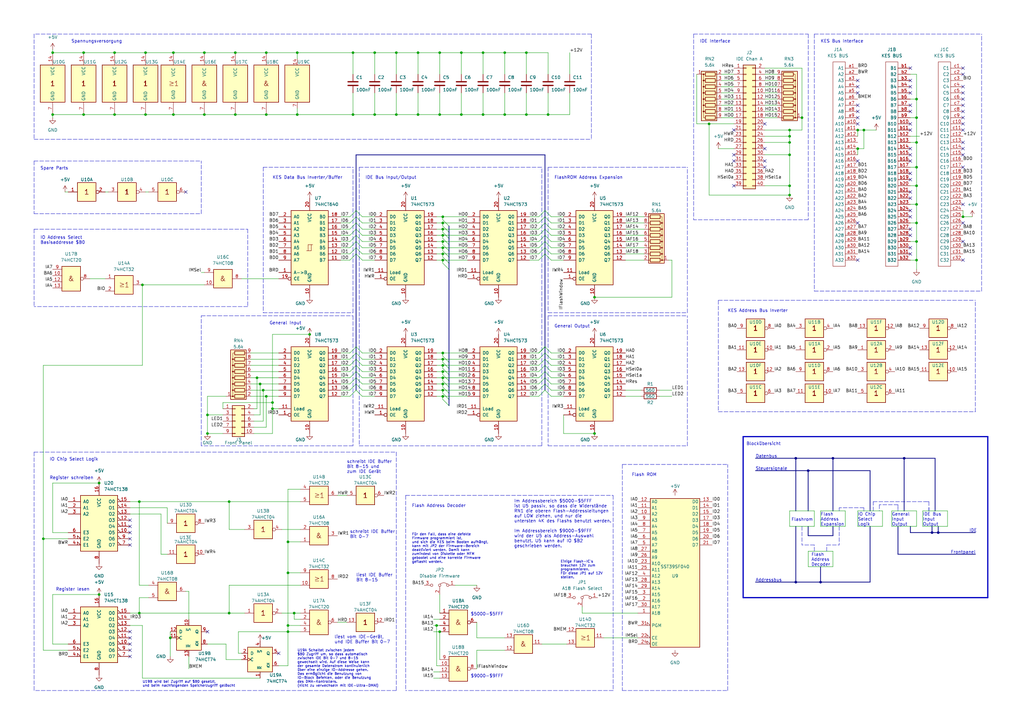
<source format=kicad_sch>
(kicad_sch (version 20211123) (generator eeschema)
  (paper "A3")
  (title_block (title "AFI-K5173 IDE-Controller for A7150 (CM1910)") (date "27.08.2022") (rev "1.1") (company "Autor: Stefan Berndt") (comment 1 "Rev 1.1: J2 (IDE) Pin 39 (DASP) darf nicht auf Masse liegen."))
  (junction (at 85.09 170.18))
  (junction (at 85.09 177.8))
  (junction (at 181.61 96.52))
  (junction (at 96.52 21.59))
  (junction (at 17.78 220.98))
  (junction (at 326.39 238.76))
  (junction (at 370.84 187.96))
  (junction (at 224.79 46.99))
  (junction (at 181.61 160.02))
  (junction (at 93.98 205.74))
  (junction (at 323.85 76.2))
  (junction (at 215.9 46.99))
  (junction (at 180.34 46.99))
  (junction (at 179.07 256.54))
  (junction (at 394.97 88.9))
  (junction (at 144.78 21.59))
  (junction (at 21.59 21.59))
  (junction (at 198.12 46.99))
  (junction (at 181.61 144.78))
  (junction (at 107.95 160.02))
  (junction (at 198.12 21.59))
  (junction (at 46.99 46.99))
  (junction (at 323.85 63.5))
  (junction (at 69.85 261.62))
  (junction (at 21.59 46.99))
  (junction (at 189.23 46.99))
  (junction (at 382.27 218.44))
  (junction (at 181.61 91.44))
  (junction (at 323.85 58.42))
  (junction (at 58.42 116.84))
  (junction (at 323.85 80.01))
  (junction (at 180.34 259.08))
  (junction (at 189.23 21.59))
  (junction (at 111.76 165.1))
  (junction (at 106.68 157.48))
  (junction (at 71.12 46.99))
  (junction (at 326.39 187.96))
  (junction (at 181.61 154.94))
  (junction (at 46.99 21.59))
  (junction (at 181.61 162.56))
  (junction (at 290.83 50.8))
  (junction (at 328.93 48.26))
  (junction (at 57.15 251.46))
  (junction (at 181.61 99.06))
  (junction (at 111.76 167.64))
  (junction (at 121.92 21.59))
  (junction (at 34.29 21.59))
  (junction (at 162.56 46.99))
  (junction (at 207.01 21.59))
  (junction (at 71.12 21.59))
  (junction (at 375.92 83.82))
  (junction (at 181.61 93.98))
  (junction (at 336.55 238.76))
  (junction (at 96.52 46.99))
  (junction (at 109.22 162.56))
  (junction (at 109.22 21.59))
  (junction (at 59.69 46.99))
  (junction (at 341.63 187.96))
  (junction (at 162.56 21.59))
  (junction (at 181.61 149.86))
  (junction (at 118.11 234.95))
  (junction (at 323.85 55.88))
  (junction (at 121.92 46.99))
  (junction (at 375.92 68.58))
  (junction (at 354.33 53.34))
  (junction (at 83.82 46.99))
  (junction (at 180.34 21.59))
  (junction (at 323.85 53.34))
  (junction (at 34.29 46.99))
  (junction (at 375.92 40.64))
  (junction (at 40.64 198.12))
  (junction (at 181.61 147.32))
  (junction (at 243.84 121.92))
  (junction (at 181.61 157.48))
  (junction (at 118.11 222.25))
  (junction (at 181.61 106.68))
  (junction (at 83.82 21.59))
  (junction (at 375.92 58.42))
  (junction (at 331.47 193.04))
  (junction (at 375.92 106.68))
  (junction (at 375.92 76.2))
  (junction (at 243.84 177.8))
  (junction (at 171.45 46.99))
  (junction (at 40.64 243.84))
  (junction (at 375.92 99.06))
  (junction (at 181.61 88.9))
  (junction (at 171.45 21.59))
  (junction (at 127 137.16))
  (junction (at 109.22 46.99))
  (junction (at 181.61 152.4))
  (junction (at 59.69 21.59))
  (junction (at 105.41 154.94))
  (junction (at 375.92 48.26))
  (junction (at 181.61 101.6))
  (junction (at 351.79 60.96))
  (junction (at 384.81 218.44))
  (junction (at 153.67 46.99))
  (junction (at 215.9 21.59))
  (junction (at 93.98 251.46))
  (junction (at 144.78 46.99))
  (junction (at 118.11 259.08))
  (junction (at 118.11 256.54))
  (junction (at 207.01 46.99))
  (junction (at 120.65 251.46))
  (junction (at 375.92 91.44))
  (junction (at 57.15 205.74))
  (junction (at 153.67 21.59))
  (junction (at 181.61 104.14))
  (junction (at 351.79 53.34))
  (no_connect (at 351.79 66.04))
  (no_connect (at 351.79 50.8))
  (no_connect (at 351.79 48.26))
  (no_connect (at 351.79 45.72))
  (no_connect (at 351.79 43.18))
  (no_connect (at 351.79 38.1))
  (no_connect (at 351.79 35.56))
  (no_connect (at 351.79 33.02))
  (no_connect (at 394.97 27.94))
  (no_connect (at 394.97 30.48))
  (no_connect (at 53.34 223.52))
  (no_connect (at 53.34 269.24))
  (no_connect (at 53.34 266.7))
  (no_connect (at 53.34 264.16))
  (no_connect (at 53.34 261.62))
  (no_connect (at 53.34 259.08))
  (no_connect (at 53.34 220.98))
  (no_connect (at 53.34 218.44))
  (no_connect (at 53.34 215.9))
  (no_connect (at 53.34 213.36))
  (no_connect (at 300.99 76.2))
  (no_connect (at 313.69 68.58))
  (no_connect (at 313.69 66.04))
  (no_connect (at 300.99 63.5))
  (no_connect (at 300.99 66.04))
  (no_connect (at 76.2 78.74))
  (no_connect (at 300.99 53.34))
  (no_connect (at 313.69 60.96))
  (no_connect (at 394.97 40.64))
  (no_connect (at 394.97 43.18))
  (no_connect (at 394.97 45.72))
  (no_connect (at 394.97 48.26))
  (no_connect (at 394.97 50.8))
  (no_connect (at 394.97 53.34))
  (no_connect (at 394.97 58.42))
  (no_connect (at 394.97 35.56))
  (no_connect (at 394.97 38.1))
  (no_connect (at 394.97 60.96))
  (no_connect (at 394.97 63.5))
  (no_connect (at 394.97 68.58))
  (no_connect (at 85.09 259.08))
  (no_connect (at 373.38 104.14))
  (no_connect (at 373.38 101.6))
  (no_connect (at 373.38 96.52))
  (no_connect (at 373.38 88.9))
  (no_connect (at 373.38 86.36))
  (no_connect (at 373.38 63.5))
  (no_connect (at 373.38 73.66))
  (no_connect (at 373.38 71.12))
  (no_connect (at 373.38 66.04))
  (no_connect (at 373.38 93.98))
  (no_connect (at 373.38 81.28))
  (no_connect (at 373.38 78.74))
  (no_connect (at 373.38 60.96))
  (no_connect (at 373.38 53.34))
  (no_connect (at 373.38 50.8))
  (no_connect (at 373.38 45.72))
  (no_connect (at 373.38 43.18))
  (no_connect (at 373.38 38.1))
  (no_connect (at 373.38 35.56))
  (no_connect (at 373.38 33.02))
  (no_connect (at 373.38 27.94))
  (no_connect (at 313.69 50.8))
  (no_connect (at 114.3 267.97))
  (no_connect (at 394.97 83.82))
  (no_connect (at 394.97 91.44))
  (no_connect (at 394.97 99.06))
  (no_connect (at 394.97 106.68))
  (no_connect (at 351.79 106.68))
  (no_connect (at 351.79 91.44))
  (bus_entry (at 223.52 88.9) (size 2.54 2.54))
  (bus_entry (at 143.51 160.02) (size 2.54 -2.54))
  (bus_entry (at 143.51 157.48) (size 2.54 -2.54))
  (bus_entry (at 143.51 96.52) (size 2.54 -2.54))
  (bus_entry (at 223.52 144.78) (size 2.54 2.54))
  (bus_entry (at 223.52 99.06) (size 2.54 2.54))
  (bus_entry (at 223.52 104.14) (size 2.54 2.54))
  (bus_entry (at 223.52 93.98) (size 2.54 2.54))
  (bus_entry (at 223.52 86.36) (size 2.54 2.54))
  (bus_entry (at 143.51 88.9) (size 2.54 -2.54))
  (bus_entry (at 181.61 146.05) (size 2.54 2.54))
  (bus_entry (at 143.51 101.6) (size 2.54 -2.54))
  (bus_entry (at 143.51 104.14) (size 2.54 -2.54))
  (bus_entry (at 181.61 151.13) (size 2.54 2.54))
  (bus_entry (at 143.51 93.98) (size 2.54 -2.54))
  (bus_entry (at 181.61 156.21) (size 2.54 2.54))
  (bus_entry (at 143.51 91.44) (size 2.54 -2.54))
  (bus_entry (at 143.51 162.56) (size 2.54 -2.54))
  (bus_entry (at 223.52 142.24) (size 2.54 2.54))
  (bus_entry (at 223.52 160.02) (size 2.54 2.54))
  (bus_entry (at 220.98 106.68) (size 2.54 -2.54))
  (bus_entry (at 181.61 163.83) (size 2.54 2.54))
  (bus_entry (at 223.52 91.44) (size 2.54 2.54))
  (bus_entry (at 223.52 149.86) (size 2.54 2.54))
  (bus_entry (at 143.51 106.68) (size 2.54 -2.54))
  (bus_entry (at 143.51 152.4) (size 2.54 -2.54))
  (bus_entry (at 223.52 157.48) (size 2.54 2.54))
  (bus_entry (at 220.98 96.52) (size 2.54 -2.54))
  (bus_entry (at 220.98 93.98) (size 2.54 -2.54))
  (bus_entry (at 220.98 91.44) (size 2.54 -2.54))
  (bus_entry (at 220.98 144.78) (size 2.54 -2.54))
  (bus_entry (at 220.98 99.06) (size 2.54 -2.54))
  (bus_entry (at 220.98 101.6) (size 2.54 -2.54))
  (bus_entry (at 220.98 88.9) (size 2.54 -2.54))
  (bus_entry (at 220.98 104.14) (size 2.54 -2.54))
  (bus_entry (at 223.52 96.52) (size 2.54 2.54))
  (bus_entry (at 223.52 154.94) (size 2.54 2.54))
  (bus_entry (at 181.61 148.59) (size 2.54 2.54))
  (bus_entry (at 143.51 147.32) (size 2.54 -2.54))
  (bus_entry (at 143.51 154.94) (size 2.54 -2.54))
  (bus_entry (at 181.61 161.29) (size 2.54 2.54))
  (bus_entry (at 223.52 152.4) (size 2.54 2.54))
  (bus_entry (at 143.51 144.78) (size 2.54 -2.54))
  (bus_entry (at 143.51 99.06) (size 2.54 -2.54))
  (bus_entry (at 181.61 153.67) (size 2.54 2.54))
  (bus_entry (at 223.52 101.6) (size 2.54 2.54))
  (bus_entry (at 146.05 88.9) (size 2.54 2.54))
  (bus_entry (at 146.05 86.36) (size 2.54 2.54))
  (bus_entry (at 146.05 91.44) (size 2.54 2.54))
  (bus_entry (at 146.05 101.6) (size 2.54 2.54))
  (bus_entry (at 146.05 99.06) (size 2.54 2.54))
  (bus_entry (at 146.05 96.52) (size 2.54 2.54))
  (bus_entry (at 146.05 93.98) (size 2.54 2.54))
  (bus_entry (at 146.05 147.32) (size 2.54 2.54))
  (bus_entry (at 146.05 152.4) (size 2.54 2.54))
  (bus_entry (at 146.05 149.86) (size 2.54 2.54))
  (bus_entry (at 146.05 144.78) (size 2.54 2.54))
  (bus_entry (at 146.05 160.02) (size 2.54 2.54))
  (bus_entry (at 146.05 157.48) (size 2.54 2.54))
  (bus_entry (at 146.05 154.94) (size 2.54 2.54))
  (bus_entry (at 146.05 142.24) (size 2.54 2.54))
  (bus_entry (at 146.05 104.14) (size 2.54 2.54))
  (bus_entry (at 143.51 149.86) (size 2.54 -2.54))
  (bus_entry (at 181.61 158.75) (size 2.54 2.54))
  (bus_entry (at 220.98 162.56) (size 2.54 -2.54))
  (bus_entry (at 220.98 149.86) (size 2.54 -2.54))
  (bus_entry (at 220.98 144.78) (size 2.54 -2.54))
  (bus_entry (at 220.98 152.4) (size 2.54 -2.54))
  (bus_entry (at 220.98 147.32) (size 2.54 -2.54))
  (bus_entry (at 220.98 157.48) (size 2.54 -2.54))
  (bus_entry (at 220.98 154.94) (size 2.54 -2.54))
  (bus_entry (at 220.98 160.02) (size 2.54 -2.54))
  (bus_entry (at 223.52 147.32) (size 2.54 2.54))
  (bus_entry (at 181.61 100.33) (size 2.54 2.54))
  (bus_entry (at 181.61 102.87) (size 2.54 2.54))
  (bus_entry (at 181.61 92.71) (size 2.54 2.54))
  (bus_entry (at 181.61 95.25) (size 2.54 2.54))
  (bus_entry (at 181.61 97.79) (size 2.54 2.54))
  (bus_entry (at 181.61 90.17) (size 2.54 2.54))
  (bus_entry (at 181.61 107.95) (size 2.54 2.54))
  (bus_entry (at 181.61 105.41) (size 2.54 2.54))
  (wire (pts (xy 91.44 165.1) (xy 111.76 165.1)))
  (wire (pts (xy 328.93 53.34) (xy 323.85 53.34)))
  (wire (pts (xy 313.69 45.72) (xy 318.77 45.72)))
  (wire (pts (xy 153.67 38.1) (xy 153.67 46.99)))
  (wire (pts (xy 144.78 46.99) (xy 121.92 46.99)))
  (wire (pts (xy 83.82 21.59) (xy 96.52 21.59)))
  (wire (pts (xy 295.91 33.02) (xy 300.99 33.02)))
  (wire (pts (xy 375.92 106.68) (xy 373.38 106.68)))
  (wire (pts (xy 351.79 209.55) (xy 361.95 209.55)))
  (wire (pts (xy 285.75 30.48) (xy 285.75 50.8)))
  (wire (pts (xy 148.59 106.68) (xy 153.67 106.68)))
  (wire (pts (xy 179.07 101.6) (xy 181.61 101.6)))
  (wire (pts (xy 226.06 88.9) (xy 231.14 88.9)))
  (wire (pts (xy 115.57 251.46) (xy 120.65 251.46)))
  (wire (pts (xy 226.06 104.14) (xy 231.14 104.14)))
  (wire (pts (xy 17.78 220.98) (xy 27.94 220.98)))
  (wire (pts (xy 313.69 48.26) (xy 318.77 48.26)))
  (wire (pts (xy 313.69 43.18) (xy 318.77 43.18)))
  (bus (pts (xy 146.05 147.32) (xy 146.05 144.78)))
  (bus (pts (xy 146.05 104.14) (xy 146.05 101.6)))
  (bus (pts (xy 331.47 193.04) (xy 331.47 209.55)))
  (polyline (pts (xy 147.32 182.88) (xy 222.25 182.88)))
  (wire (pts (xy 179.07 96.52) (xy 181.61 96.52)))
  (wire (pts (xy 226.06 106.68) (xy 231.14 106.68)))
  (wire (pts (xy 195.58 261.62) (xy 195.58 255.27)))
  (polyline (pts (xy 13.97 66.04) (xy 82.55 66.04)))
  (wire (pts (xy 256.54 96.52) (xy 264.16 96.52)))
  (wire (pts (xy 138.43 255.27) (xy 142.24 255.27)))
  (wire (pts (xy 148.59 99.06) (xy 153.67 99.06)))
  (wire (pts (xy 53.34 208.28) (xy 68.58 208.28)))
  (wire (pts (xy 148.59 91.44) (xy 153.67 91.44)))
  (wire (pts (xy 104.14 167.64) (xy 105.41 167.64)))
  (wire (pts (xy 148.59 104.14) (xy 153.67 104.14)))
  (wire (pts (xy 295.91 35.56) (xy 300.99 35.56)))
  (wire (pts (xy 331.47 226.06) (xy 341.63 226.06)))
  (wire (pts (xy 57.15 251.46) (xy 93.98 251.46)))
  (wire (pts (xy 217.17 152.4) (xy 220.98 152.4)))
  (wire (pts (xy 148.59 101.6) (xy 153.67 101.6)))
  (wire (pts (xy 123.19 234.95) (xy 118.11 234.95)))
  (wire (pts (xy 323.85 209.55) (xy 334.01 209.55)))
  (bus (pts (xy 184.15 102.87) (xy 184.15 105.41)))
  (wire (pts (xy 148.59 162.56) (xy 153.67 162.56)))
  (wire (pts (xy 189.23 21.59) (xy 180.34 21.59)))
  (polyline (pts (xy 255.27 190.5) (xy 298.45 190.5)))
  (wire (pts (xy 313.69 76.2) (xy 323.85 76.2)))
  (polyline (pts (xy 224.79 129.54) (xy 224.79 182.88)))
  (wire (pts (xy 323.85 63.5) (xy 323.85 58.42)))
  (wire (pts (xy 53.34 205.74) (xy 57.15 205.74)))
  (bus (pts (xy 146.05 149.86) (xy 146.05 147.32)))
  (wire (pts (xy 114.3 167.64) (xy 111.76 167.64)))
  (wire (pts (xy 334.01 215.9) (xy 334.01 209.55)))
  (polyline (pts (xy 224.79 68.58) (xy 224.79 128.27)))
  (wire (pts (xy 217.17 147.32) (xy 220.98 147.32)))
  (wire (pts (xy 179.07 91.44) (xy 181.61 91.44)))
  (wire (pts (xy 93.98 240.03) (xy 123.19 240.03)))
  (wire (pts (xy 96.52 46.99) (xy 109.22 46.99)))
  (wire (pts (xy 247.65 261.62) (xy 261.62 261.62)))
  (wire (pts (xy 181.61 156.21) (xy 181.61 154.94)))
  (polyline (pts (xy 224.79 182.88) (xy 281.94 182.88)))
  (bus (pts (xy 223.52 101.6) (xy 223.52 99.06)))
  (wire (pts (xy 378.46 215.9) (xy 388.62 215.9)))
  (wire (pts (xy 295.91 48.26) (xy 300.99 48.26)))
  (wire (pts (xy 313.69 58.42) (xy 323.85 58.42)))
  (wire (pts (xy 105.41 154.94) (xy 105.41 167.64)))
  (wire (pts (xy 215.9 30.48) (xy 215.9 21.59)))
  (wire (pts (xy 21.59 48.26) (xy 21.59 46.99)))
  (bus (pts (xy 223.52 144.78) (xy 223.52 147.32)))
  (bus (pts (xy 331.47 215.9) (xy 331.47 219.71)))
  (wire (pts (xy 181.61 96.52) (xy 191.77 96.52)))
  (wire (pts (xy 139.7 154.94) (xy 143.51 154.94)))
  (wire (pts (xy 83.82 46.99) (xy 96.52 46.99)))
  (wire (pts (xy 181.61 104.14) (xy 191.77 104.14)))
  (bus (pts (xy 184.15 110.49) (xy 184.15 148.59)))
  (bus (pts (xy 184.15 163.83) (xy 184.15 166.37)))
  (polyline (pts (xy 358.14 205.74) (xy 379.73 205.74)))
  (bus (pts (xy 146.05 99.06) (xy 146.05 96.52)))
  (polyline (pts (xy 368.3 208.28) (xy 368.3 207.01)))
  (polyline (pts (xy 304.8 245.11) (xy 405.13 245.11)) (stroke (width 0.5) (type solid)))
  (polyline (pts (xy 166.37 203.2) (xy 166.37 283.21)))
  (wire (pts (xy 111.76 177.8) (xy 104.14 177.8)))
  (wire (pts (xy 375.92 76.2) (xy 373.38 76.2)))
  (wire (pts (xy 85.09 170.18) (xy 91.44 170.18)))
  (polyline (pts (xy 162.56 283.21) (xy 13.97 283.21)))
  (wire (pts (xy 180.34 21.59) (xy 171.45 21.59)))
  (wire (pts (xy 179.07 157.48) (xy 181.61 157.48)))
  (bus (pts (xy 356.87 215.9) (xy 356.87 238.76)))
  (wire (pts (xy 336.55 209.55) (xy 346.71 209.55)))
  (wire (pts (xy 181.61 100.33) (xy 181.61 99.06)))
  (wire (pts (xy 181.61 105.41) (xy 181.61 104.14)))
  (wire (pts (xy 85.09 162.56) (xy 85.09 170.18)))
  (wire (pts (xy 181.61 99.06) (xy 191.77 99.06)))
  (wire (pts (xy 177.8 256.54) (xy 179.07 256.54)))
  (bus (pts (xy 309.88 187.96) (xy 326.39 187.96)))
  (wire (pts (xy 181.61 95.25) (xy 181.61 93.98)))
  (wire (pts (xy 207.01 261.62) (xy 195.58 261.62)))
  (wire (pts (xy 139.7 101.6) (xy 143.51 101.6)))
  (wire (pts (xy 226.06 99.06) (xy 231.14 99.06)))
  (wire (pts (xy 179.07 93.98) (xy 181.61 93.98)))
  (wire (pts (xy 180.34 46.99) (xy 171.45 46.99)))
  (wire (pts (xy 375.92 83.82) (xy 375.92 76.2)))
  (wire (pts (xy 270.51 160.02) (xy 275.59 160.02)))
  (wire (pts (xy 354.33 53.34) (xy 354.33 60.96)))
  (wire (pts (xy 59.69 46.99) (xy 71.12 46.99)))
  (wire (pts (xy 313.69 55.88) (xy 323.85 55.88)))
  (wire (pts (xy 323.85 80.01) (xy 290.83 80.01)))
  (wire (pts (xy 111.76 137.16) (xy 111.76 165.1)))
  (wire (pts (xy 207.01 30.48) (xy 207.01 21.59)))
  (wire (pts (xy 331.47 226.06) (xy 331.47 232.41)))
  (polyline (pts (xy 339.09 226.06) (xy 339.09 223.52)))
  (bus (pts (xy 326.39 187.96) (xy 341.63 187.96)))
  (wire (pts (xy 179.07 88.9) (xy 181.61 88.9)))
  (wire (pts (xy 375.92 99.06) (xy 373.38 99.06)))
  (wire (pts (xy 365.76 209.55) (xy 365.76 215.9)))
  (wire (pts (xy 331.47 232.41) (xy 341.63 232.41)))
  (wire (pts (xy 66.04 210.82) (xy 53.34 210.82)))
  (wire (pts (xy 361.95 215.9) (xy 361.95 209.55)))
  (bus (pts (xy 370.84 187.96) (xy 370.84 209.55)))
  (wire (pts (xy 256.54 162.56) (xy 262.89 162.56)))
  (wire (pts (xy 256.54 106.68) (xy 264.16 106.68)))
  (wire (pts (xy 375.92 30.48) (xy 373.38 30.48)))
  (wire (pts (xy 114.3 273.05) (xy 118.11 273.05)))
  (wire (pts (xy 207.01 46.99) (xy 198.12 46.99)))
  (wire (pts (xy 195.58 274.32) (xy 195.58 266.7)))
  (wire (pts (xy 21.59 243.84) (xy 40.64 243.84)))
  (wire (pts (xy 181.61 160.02) (xy 191.77 160.02)))
  (polyline (pts (xy 379.73 205.74) (xy 381 205.74)))
  (wire (pts (xy 217.17 157.48) (xy 220.98 157.48)))
  (polyline (pts (xy 368.3 207.01) (xy 360.68 207.01)))
  (wire (pts (xy 59.69 21.59) (xy 71.12 21.59)))
  (wire (pts (xy 82.55 111.76) (xy 83.82 111.76)))
  (wire (pts (xy 179.07 256.54) (xy 179.07 273.05)))
  (polyline (pts (xy 354.33 209.55) (xy 354.33 208.28)))
  (wire (pts (xy 139.7 104.14) (xy 143.51 104.14)))
  (wire (pts (xy 100.33 217.17) (xy 93.98 217.17)))
  (wire (pts (xy 177.8 275.59) (xy 180.34 275.59)))
  (bus (pts (xy 184.15 156.21) (xy 184.15 158.75)))
  (polyline (pts (xy 13.97 66.04) (xy 13.97 87.63)))
  (wire (pts (xy 85.09 162.56) (xy 92.71 162.56)))
  (wire (pts (xy 375.92 58.42) (xy 373.38 58.42)))
  (wire (pts (xy 181.61 146.05) (xy 181.61 144.78)))
  (wire (pts (xy 99.06 270.51) (xy 92.71 270.51)))
  (wire (pts (xy 375.92 215.9) (xy 375.92 209.55)))
  (wire (pts (xy 313.69 38.1) (xy 318.77 38.1)))
  (wire (pts (xy 226.06 91.44) (xy 231.14 91.44)))
  (wire (pts (xy 107.95 160.02) (xy 114.3 160.02)))
  (bus (pts (xy 382.27 215.9) (xy 382.27 218.44)))
  (bus (pts (xy 341.63 187.96) (xy 341.63 209.55)))
  (wire (pts (xy 217.17 101.6) (xy 220.98 101.6)))
  (polyline (pts (xy 294.64 123.19) (xy 400.05 123.19)))
  (bus (pts (xy 336.55 232.41) (xy 336.55 238.76)))
  (polyline (pts (xy 82.55 129.54) (xy 144.78 129.54)))
  (wire (pts (xy 104.14 172.72) (xy 107.95 172.72)))
  (wire (pts (xy 328.93 53.34) (xy 328.93 48.26)))
  (wire (pts (xy 323.85 53.34) (xy 323.85 55.88)))
  (bus (pts (xy 184.15 95.25) (xy 184.15 97.79)))
  (wire (pts (xy 375.92 68.58) (xy 373.38 68.58)))
  (polyline (pts (xy 405.13 179.07) (xy 304.8 179.07)) (stroke (width 0.5) (type solid)))
  (wire (pts (xy 71.12 46.99) (xy 83.82 46.99)))
  (wire (pts (xy 295.91 43.18) (xy 300.99 43.18)))
  (wire (pts (xy 102.87 162.56) (xy 109.22 162.56)))
  (wire (pts (xy 171.45 38.1) (xy 171.45 46.99)))
  (bus (pts (xy 184.15 97.79) (xy 184.15 100.33)))
  (wire (pts (xy 181.61 153.67) (xy 181.61 152.4)))
  (wire (pts (xy 224.79 21.59) (xy 215.9 21.59)))
  (wire (pts (xy 181.61 148.59) (xy 181.61 147.32)))
  (wire (pts (xy 226.06 144.78) (xy 231.14 144.78)))
  (wire (pts (xy 92.71 270.51) (xy 92.71 264.16)))
  (polyline (pts (xy 381 209.55) (xy 381 208.28)))
  (wire (pts (xy 21.59 21.59) (xy 34.29 21.59)))
  (wire (pts (xy 179.07 152.4) (xy 181.61 152.4)))
  (wire (pts (xy 102.87 147.32) (xy 114.3 147.32)))
  (wire (pts (xy 394.97 86.36) (xy 394.97 88.9)))
  (bus (pts (xy 373.38 215.9) (xy 373.38 218.44)))
  (polyline (pts (xy 281.94 182.88) (xy 281.94 129.54)))
  (wire (pts (xy 375.92 76.2) (xy 375.92 68.58)))
  (wire (pts (xy 328.93 48.26) (xy 328.93 27.94)))
  (wire (pts (xy 99.06 114.3) (xy 114.3 114.3)))
  (wire (pts (xy 195.58 266.7) (xy 207.01 266.7)))
  (wire (pts (xy 68.58 208.28) (xy 68.58 214.63)))
  (wire (pts (xy 17.78 149.86) (xy 58.42 149.86)))
  (bus (pts (xy 326.39 187.96) (xy 326.39 209.55)))
  (wire (pts (xy 181.61 107.95) (xy 181.61 106.68)))
  (polyline (pts (xy 82.55 182.88) (xy 82.55 129.54)))
  (wire (pts (xy 85.09 177.8) (xy 91.44 177.8)))
  (wire (pts (xy 181.61 157.48) (xy 191.77 157.48)))
  (polyline (pts (xy 381 205.74) (xy 381 209.55)))
  (wire (pts (xy 139.7 162.56) (xy 143.51 162.56)))
  (wire (pts (xy 233.68 21.59) (xy 233.68 30.48)))
  (wire (pts (xy 180.34 259.08) (xy 180.34 270.51)))
  (wire (pts (xy 256.54 101.6) (xy 264.16 101.6)))
  (polyline (pts (xy 144.78 129.54) (xy 144.78 182.88)))
  (wire (pts (xy 171.45 46.99) (xy 162.56 46.99)))
  (bus (pts (xy 146.05 86.36) (xy 146.05 63.5)))
  (wire (pts (xy 323.85 215.9) (xy 334.01 215.9)))
  (wire (pts (xy 139.7 91.44) (xy 143.51 91.44)))
  (wire (pts (xy 148.59 152.4) (xy 153.67 152.4)))
  (wire (pts (xy 144.78 21.59) (xy 121.92 21.59)))
  (wire (pts (xy 295.91 40.64) (xy 300.99 40.64)))
  (polyline (pts (xy 400.05 168.91) (xy 400.05 123.19)))
  (wire (pts (xy 233.68 38.1) (xy 233.68 46.99)))
  (polyline (pts (xy 298.45 283.21) (xy 298.45 190.5)))
  (bus (pts (xy 341.63 187.96) (xy 370.84 187.96)))
  (bus (pts (xy 184.15 153.67) (xy 184.15 156.21)))
  (wire (pts (xy 17.78 266.7) (xy 17.78 220.98)))
  (wire (pts (xy 189.23 46.99) (xy 180.34 46.99)))
  (bus (pts (xy 223.52 154.94) (xy 223.52 157.48)))
  (wire (pts (xy 198.12 38.1) (xy 198.12 46.99)))
  (wire (pts (xy 109.22 162.56) (xy 114.3 162.56)))
  (wire (pts (xy 85.09 170.18) (xy 85.09 177.8)))
  (wire (pts (xy 148.59 157.48) (xy 153.67 157.48)))
  (wire (pts (xy 177.8 259.08) (xy 180.34 259.08)))
  (polyline (pts (xy 405.13 245.11) (xy 405.13 179.07)) (stroke (width 0.5) (type solid)))
  (wire (pts (xy 179.07 154.94) (xy 181.61 154.94)))
  (wire (pts (xy 375.92 40.64) (xy 375.92 30.48)))
  (polyline (pts (xy 402.59 119.38) (xy 402.59 13.97)))
  (bus (pts (xy 146.05 88.9) (xy 146.05 86.36)))
  (polyline (pts (xy 13.97 185.42) (xy 162.56 185.42)))
  (wire (pts (xy 148.59 88.9) (xy 153.67 88.9)))
  (wire (pts (xy 375.92 83.82) (xy 373.38 83.82)))
  (polyline (pts (xy 328.93 215.9) (xy 328.93 223.52)))
  (polyline (pts (xy 224.79 68.58) (xy 281.94 68.58)))
  (bus (pts (xy 146.05 152.4) (xy 146.05 149.86)))
  (wire (pts (xy 139.7 96.52) (xy 143.51 96.52)))
  (wire (pts (xy 217.17 154.94) (xy 220.98 154.94)))
  (wire (pts (xy 351.79 209.55) (xy 351.79 215.9)))
  (bus (pts (xy 184.15 161.29) (xy 184.15 163.83)))
  (wire (pts (xy 57.15 245.11) (xy 57.15 251.46)))
  (wire (pts (xy 270.51 162.56) (xy 275.59 162.56)))
  (polyline (pts (xy 304.8 179.07) (xy 304.8 245.11)) (stroke (width 0.5) (type solid)))
  (wire (pts (xy 144.78 30.48) (xy 144.78 21.59)))
  (wire (pts (xy 53.34 256.54) (xy 58.42 256.54)))
  (polyline (pts (xy 344.17 208.28) (xy 344.17 209.55)))
  (wire (pts (xy 179.07 149.86) (xy 181.61 149.86)))
  (polyline (pts (xy 13.97 185.42) (xy 13.97 283.21)))
  (wire (pts (xy 226.06 149.86) (xy 231.14 149.86)))
  (wire (pts (xy 180.34 38.1) (xy 180.34 46.99)))
  (wire (pts (xy 46.99 46.99) (xy 59.69 46.99)))
  (wire (pts (xy 181.61 147.32) (xy 191.77 147.32)))
  (wire (pts (xy 181.61 106.68) (xy 191.77 106.68)))
  (polyline (pts (xy 222.25 182.88) (xy 222.25 68.58)))
  (wire (pts (xy 123.19 254) (xy 120.65 254)))
  (wire (pts (xy 351.79 215.9) (xy 361.95 215.9)))
  (wire (pts (xy 102.87 149.86) (xy 114.3 149.86)))
  (wire (pts (xy 148.59 149.86) (xy 153.67 149.86)))
  (wire (pts (xy 351.79 60.96) (xy 351.79 63.5)))
  (bus (pts (xy 223.52 154.94) (xy 223.52 152.4)))
  (wire (pts (xy 97.79 259.08) (xy 118.11 259.08)))
  (wire (pts (xy 375.92 48.26) (xy 375.92 40.64)))
  (wire (pts (xy 256.54 88.9) (xy 264.16 88.9)))
  (wire (pts (xy 104.14 175.26) (xy 109.22 175.26)))
  (wire (pts (xy 226.06 157.48) (xy 231.14 157.48)))
  (wire (pts (xy 351.79 53.34) (xy 351.79 55.88)))
  (polyline (pts (xy 255.27 283.21) (xy 298.45 283.21)))
  (polyline (pts (xy 251.46 203.2) (xy 251.46 283.21)))
  (polyline (pts (xy 294.64 168.91) (xy 400.05 168.91)))
  (wire (pts (xy 53.34 251.46) (xy 57.15 251.46)))
  (wire (pts (xy 71.12 21.59) (xy 83.82 21.59)))
  (wire (pts (xy 43.18 78.74) (xy 44.45 78.74)))
  (wire (pts (xy 57.15 240.03) (xy 60.96 240.03)))
  (wire (pts (xy 121.92 24.13) (xy 121.92 21.59)))
  (wire (pts (xy 217.17 149.86) (xy 220.98 149.86)))
  (wire (pts (xy 46.99 21.59) (xy 59.69 21.59)))
  (polyline (pts (xy 13.97 87.63) (xy 82.55 87.63)))
  (polyline (pts (xy 334.01 13.97) (xy 402.59 13.97)))
  (polyline (pts (xy 334.01 226.06) (xy 334.01 223.52)))
  (bus (pts (xy 184.15 148.59) (xy 184.15 151.13)))
  (wire (pts (xy 139.7 106.68) (xy 143.51 106.68)))
  (bus (pts (xy 223.52 144.78) (xy 223.52 142.24)))
  (polyline (pts (xy 368.3 209.55) (xy 368.3 208.28)))
  (wire (pts (xy 118.11 259.08) (xy 123.19 259.08)))
  (bus (pts (xy 309.88 193.04) (xy 331.47 193.04)))
  (polyline (pts (xy 144.78 182.88) (xy 82.55 182.88)))
  (polyline (pts (xy 166.37 203.2) (xy 251.46 203.2)))
  (bus (pts (xy 184.15 151.13) (xy 184.15 153.67)))
  (polyline (pts (xy 284.48 13.97) (xy 284.48 90.17)))
  (bus (pts (xy 184.15 105.41) (xy 184.15 107.95)))
  (wire (pts (xy 198.12 21.59) (xy 189.23 21.59)))
  (wire (pts (xy 118.11 200.66) (xy 118.11 222.25)))
  (wire (pts (xy 256.54 93.98) (xy 264.16 93.98)))
  (wire (pts (xy 99.06 267.97) (xy 97.79 267.97)))
  (wire (pts (xy 198.12 46.99) (xy 189.23 46.99)))
  (wire (pts (xy 153.67 21.59) (xy 144.78 21.59)))
  (wire (pts (xy 179.07 162.56) (xy 181.61 162.56)))
  (wire (pts (xy 375.92 68.58) (xy 375.92 58.42)))
  (bus (pts (xy 146.05 91.44) (xy 146.05 88.9)))
  (wire (pts (xy 217.17 88.9) (xy 220.98 88.9)))
  (bus (pts (xy 184.15 100.33) (xy 184.15 102.87)))
  (wire (pts (xy 106.68 157.48) (xy 114.3 157.48)))
  (wire (pts (xy 179.07 144.78) (xy 181.61 144.78)))
  (polyline (pts (xy 334.01 119.38) (xy 402.59 119.38)))
  (wire (pts (xy 181.61 91.44) (xy 191.77 91.44)))
  (wire (pts (xy 102.87 157.48) (xy 106.68 157.48)))
  (polyline (pts (xy 331.47 90.17) (xy 284.48 90.17)))
  (bus (pts (xy 184.15 92.71) (xy 184.15 95.25)))
  (wire (pts (xy 77.47 242.57) (xy 76.2 242.57)))
  (polyline (pts (xy 251.46 283.21) (xy 166.37 283.21)))
  (wire (pts (xy 58.42 149.86) (xy 58.42 116.84)))
  (wire (pts (xy 121.92 44.45) (xy 121.92 46.99)))
  (wire (pts (xy 394.97 88.9) (xy 398.78 88.9)))
  (wire (pts (xy 180.34 30.48) (xy 180.34 21.59)))
  (wire (pts (xy 118.11 200.66) (xy 123.19 200.66)))
  (wire (pts (xy 57.15 205.74) (xy 57.15 240.03)))
  (polyline (pts (xy 242.57 13.97) (xy 13.97 13.97)))
  (wire (pts (xy 105.41 154.94) (xy 114.3 154.94)))
  (wire (pts (xy 226.06 160.02) (xy 231.14 160.02)))
  (bus (pts (xy 146.05 144.78) (xy 146.05 142.24)))
  (wire (pts (xy 118.11 222.25) (xy 118.11 234.95)))
  (wire (pts (xy 375.92 106.68) (xy 375.92 99.06)))
  (wire (pts (xy 313.69 53.34) (xy 323.85 53.34)))
  (bus (pts (xy 223.52 157.48) (xy 223.52 160.02)))
  (wire (pts (xy 181.61 158.75) (xy 181.61 157.48)))
  (wire (pts (xy 17.78 149.86) (xy 17.78 220.98)))
  (wire (pts (xy 313.69 35.56) (xy 318.77 35.56)))
  (wire (pts (xy 179.07 99.06) (xy 181.61 99.06)))
  (bus (pts (xy 368.3 215.9) (xy 368.3 227.33)))
  (polyline (pts (xy 294.64 123.19) (xy 294.64 168.91)))
  (wire (pts (xy 120.65 254) (xy 120.65 251.46)))
  (wire (pts (xy 34.29 21.59) (xy 46.99 21.59)))
  (wire (pts (xy 217.17 96.52) (xy 220.98 96.52)))
  (wire (pts (xy 365.76 209.55) (xy 375.92 209.55)))
  (wire (pts (xy 148.59 144.78) (xy 153.67 144.78)))
  (wire (pts (xy 328.93 27.94) (xy 313.69 27.94)))
  (wire (pts (xy 388.62 215.9) (xy 388.62 209.55)))
  (bus (pts (xy 146.05 142.24) (xy 146.05 104.14)))
  (bus (pts (xy 146.05 154.94) (xy 146.05 152.4)))
  (bus (pts (xy 223.52 86.36) (xy 223.52 63.5)))
  (wire (pts (xy 189.23 30.48) (xy 189.23 21.59)))
  (bus (pts (xy 146.05 93.98) (xy 146.05 91.44)))
  (polyline (pts (xy 224.79 128.27) (xy 281.94 128.27)))
  (wire (pts (xy 375.92 91.44) (xy 373.38 91.44)))
  (wire (pts (xy 226.06 147.32) (xy 231.14 147.32)))
  (wire (pts (xy 181.61 97.79) (xy 181.61 96.52)))
  (polyline (pts (xy 339.09 223.52) (xy 344.17 223.52)))
  (wire (pts (xy 27.94 266.7) (xy 17.78 266.7)))
  (bus (pts (xy 368.3 227.33) (xy 400.05 227.33)))
  (wire (pts (xy 109.22 21.59) (xy 121.92 21.59)))
  (wire (pts (xy 181.61 93.98) (xy 191.77 93.98)))
  (wire (pts (xy 323.85 63.5) (xy 313.69 63.5)))
  (wire (pts (xy 189.23 38.1) (xy 189.23 46.99)))
  (bus (pts (xy 146.05 160.02) (xy 146.05 157.48)))
  (wire (pts (xy 109.22 162.56) (xy 109.22 175.26)))
  (wire (pts (xy 171.45 30.48) (xy 171.45 21.59)))
  (bus (pts (xy 341.63 215.9) (xy 341.63 219.71)))
  (wire (pts (xy 148.59 160.02) (xy 153.67 160.02)))
  (polyline (pts (xy 107.95 68.58) (xy 107.95 128.27)))
  (wire (pts (xy 198.12 30.48) (xy 198.12 21.59)))
  (wire (pts (xy 224.79 38.1) (xy 224.79 46.99)))
  (wire (pts (xy 153.67 30.48) (xy 153.67 21.59)))
  (polyline (pts (xy 107.95 128.27) (xy 144.78 128.27)))
  (wire (pts (xy 27.94 264.16) (xy 21.59 264.16)))
  (wire (pts (xy 121.92 46.99) (xy 109.22 46.99)))
  (bus (pts (xy 184.15 107.95) (xy 184.15 110.49)))
  (bus (pts (xy 223.52 96.52) (xy 223.52 93.98)))
  (wire (pts (xy 378.46 209.55) (xy 378.46 215.9)))
  (wire (pts (xy 186.69 240.03) (xy 195.58 240.03)))
  (wire (pts (xy 58.42 278.13) (xy 106.68 278.13)))
  (wire (pts (xy 111.76 165.1) (xy 111.76 167.64)))
  (wire (pts (xy 181.61 152.4) (xy 191.77 152.4)))
  (wire (pts (xy 180.34 273.05) (xy 179.07 273.05)))
  (wire (pts (xy 118.11 234.95) (xy 118.11 256.54)))
  (bus (pts (xy 223.52 93.98) (xy 223.52 91.44)))
  (wire (pts (xy 181.61 162.56) (xy 191.77 162.56)))
  (wire (pts (xy 69.85 261.62) (xy 69.85 269.24)))
  (wire (pts (xy 222.25 264.16) (xy 232.41 264.16)))
  (bus (pts (xy 223.52 91.44) (xy 223.52 88.9)))
  (bus (pts (xy 146.05 96.52) (xy 146.05 93.98)))
  (wire (pts (xy 102.87 154.94) (xy 105.41 154.94)))
  (bus (pts (xy 184.15 158.75) (xy 184.15 161.29)))
  (polyline (pts (xy 147.32 68.58) (xy 147.32 182.88)))
  (wire (pts (xy 375.92 91.44) (xy 375.92 83.82)))
  (wire (pts (xy 180.34 243.84) (xy 180.34 251.46)))
  (bus (pts (xy 384.81 215.9) (xy 384.81 218.44)))
  (wire (pts (xy 256.54 99.06) (xy 264.16 99.06)))
  (polyline (pts (xy 101.6 125.73) (xy 13.97 125.73)))
  (wire (pts (xy 375.92 48.26) (xy 373.38 48.26)))
  (wire (pts (xy 111.76 167.64) (xy 111.76 177.8)))
  (wire (pts (xy 59.69 78.74) (xy 60.96 78.74)))
  (wire (pts (xy 138.43 203.2) (xy 142.24 203.2)))
  (wire (pts (xy 93.98 217.17) (xy 93.98 205.74)))
  (wire (pts (xy 323.85 58.42) (xy 323.85 55.88)))
  (wire (pts (xy 118.11 256.54) (xy 123.19 256.54)))
  (wire (pts (xy 181.61 88.9) (xy 191.77 88.9)))
  (wire (pts (xy 226.06 93.98) (xy 231.14 93.98)))
  (wire (pts (xy 139.7 149.86) (xy 143.51 149.86)))
  (polyline (pts (xy 224.79 129.54) (xy 281.94 129.54)))
  (wire (pts (xy 139.7 144.78) (xy 143.51 144.78)))
  (wire (pts (xy 231.14 177.8) (xy 231.14 170.18)))
  (wire (pts (xy 171.45 21.59) (xy 162.56 21.59)))
  (wire (pts (xy 26.67 78.74) (xy 27.94 78.74)))
  (wire (pts (xy 162.56 38.1) (xy 162.56 46.99)))
  (wire (pts (xy 118.11 256.54) (xy 118.11 259.08)))
  (wire (pts (xy 102.87 144.78) (xy 114.3 144.78)))
  (wire (pts (xy 111.76 137.16) (xy 127 137.16)))
  (wire (pts (xy 275.59 106.68) (xy 274.32 106.68)))
  (wire (pts (xy 275.59 121.92) (xy 275.59 106.68)))
  (wire (pts (xy 139.7 157.48) (xy 143.51 157.48)))
  (bus (pts (xy 326.39 215.9) (xy 326.39 238.76)))
  (bus (pts (xy 331.47 193.04) (xy 356.87 193.04)))
  (wire (pts (xy 118.11 259.08) (xy 118.11 273.05)))
  (polyline (pts (xy 360.68 207.01) (xy 360.68 209.55)))
  (wire (pts (xy 60.96 245.11) (xy 57.15 245.11)))
  (wire (pts (xy 123.19 222.25) (xy 118.11 222.25)))
  (wire (pts (xy 256.54 160.02) (xy 262.89 160.02)))
  (wire (pts (xy 179.07 147.32) (xy 181.61 147.32)))
  (wire (pts (xy 346.71 215.9) (xy 346.71 209.55)))
  (wire (pts (xy 207.01 21.59) (xy 198.12 21.59)))
  (polyline (pts (xy 82.55 87.63) (xy 82.55 66.04)))
  (wire (pts (xy 181.61 163.83) (xy 181.61 162.56)))
  (wire (pts (xy 217.17 162.56) (xy 220.98 162.56)))
  (wire (pts (xy 215.9 38.1) (xy 215.9 46.99)))
  (bus (pts (xy 146.05 157.48) (xy 146.05 154.94)))
  (wire (pts (xy 68.58 227.33) (xy 66.04 227.33)))
  (wire (pts (xy 77.47 274.32) (xy 77.47 269.24)))
  (wire (pts (xy 104.14 170.18) (xy 106.68 170.18)))
  (wire (pts (xy 123.19 251.46) (xy 120.65 251.46)))
  (bus (pts (xy 341.63 219.71) (xy 331.47 219.71)))
  (bus (pts (xy 309.88 238.76) (xy 326.39 238.76)))
  (polyline (pts (xy 13.97 57.15) (xy 242.57 57.15)))
  (wire (pts (xy 336.55 215.9) (xy 346.71 215.9)))
  (wire (pts (xy 295.91 30.48) (xy 300.99 30.48)))
  (bus (pts (xy 373.38 218.44) (xy 382.27 218.44)))
  (bus (pts (xy 383.54 187.96) (xy 383.54 209.55)))
  (wire (pts (xy 102.87 152.4) (xy 114.3 152.4)))
  (polyline (pts (xy 354.33 208.28) (xy 344.17 208.28)))
  (wire (pts (xy 181.61 102.87) (xy 181.61 101.6)))
  (wire (pts (xy 378.46 209.55) (xy 388.62 209.55)))
  (bus (pts (xy 223.52 99.06) (xy 223.52 96.52)))
  (wire (pts (xy 139.7 88.9) (xy 143.51 88.9)))
  (wire (pts (xy 139.7 147.32) (xy 143.51 147.32)))
  (polyline (pts (xy 107.95 68.58) (xy 144.78 68.58)))
  (wire (pts (xy 285.75 50.8) (xy 290.83 50.8)))
  (wire (pts (xy 243.84 121.92) (xy 275.59 121.92)))
  (wire (pts (xy 139.7 93.98) (xy 143.51 93.98)))
  (polyline (pts (xy 344.17 215.9) (xy 344.17 223.52)))
  (wire (pts (xy 162.56 21.59) (xy 153.67 21.59)))
  (wire (pts (xy 359.41 53.34) (xy 354.33 53.34)))
  (wire (pts (xy 66.04 210.82) (xy 66.04 227.33)))
  (wire (pts (xy 375.92 99.06) (xy 375.92 91.44)))
  (wire (pts (xy 21.59 20.32) (xy 21.59 21.59)))
  (wire (pts (xy 162.56 30.48) (xy 162.56 21.59)))
  (polyline (pts (xy 255.27 190.5) (xy 255.27 283.21)))
  (wire (pts (xy 21.59 218.44) (xy 21.59 198.12)))
  (wire (pts (xy 148.59 96.52) (xy 153.67 96.52)))
  (wire (pts (xy 217.17 160.02) (xy 220.98 160.02)))
  (wire (pts (xy 256.54 91.44) (xy 264.16 91.44)))
  (bus (pts (xy 223.52 88.9) (xy 223.52 86.36)))
  (wire (pts (xy 58.42 116.84) (xy 83.82 116.84)))
  (wire (pts (xy 375.92 40.64) (xy 373.38 40.64)))
  (wire (pts (xy 148.59 147.32) (xy 153.67 147.32)))
  (bus (pts (xy 146.05 101.6) (xy 146.05 99.06)))
  (wire (pts (xy 107.95 160.02) (xy 107.95 172.72)))
  (bus (pts (xy 356.87 209.55) (xy 356.87 193.04)))
  (wire (pts (xy 179.07 106.68) (xy 181.61 106.68)))
  (bus (pts (xy 336.55 238.76) (xy 356.87 238.76)))
  (bus (pts (xy 370.84 187.96) (xy 383.54 187.96)))
  (wire (pts (xy 153.67 46.99) (xy 144.78 46.99)))
  (polyline (pts (xy 334.01 13.97) (xy 334.01 119.38)))
  (polyline (pts (xy 162.56 185.42) (xy 162.56 283.21)))
  (bus (pts (xy 146.05 63.5) (xy 223.52 63.5)))
  (wire (pts (xy 226.06 101.6) (xy 231.14 101.6)))
  (wire (pts (xy 139.7 99.06) (xy 143.51 99.06)))
  (wire (pts (xy 181.61 151.13) (xy 181.61 149.86)))
  (polyline (pts (xy 281.94 128.27) (xy 281.94 68.58)))
  (wire (pts (xy 181.61 90.17) (xy 181.61 88.9)))
  (polyline (pts (xy 13.97 13.97) (xy 13.97 57.15)))
  (wire (pts (xy 177.8 254) (xy 180.34 254)))
  (wire (pts (xy 341.63 232.41) (xy 341.63 226.06)))
  (wire (pts (xy 177.8 278.13) (xy 180.34 278.13)))
  (wire (pts (xy 69.85 259.08) (xy 69.85 261.62)))
  (wire (pts (xy 323.85 76.2) (xy 323.85 80.01)))
  (wire (pts (xy 375.92 110.49) (xy 375.92 106.68)))
  (wire (pts (xy 226.06 152.4) (xy 231.14 152.4)))
  (bus (pts (xy 223.52 147.32) (xy 223.52 149.86)))
  (polyline (pts (xy 144.78 128.27) (xy 144.78 68.58)))
  (wire (pts (xy 238.76 251.46) (xy 261.62 251.46)))
  (wire (pts (xy 313.69 40.64) (xy 318.77 40.64)))
  (wire (pts (xy 215.9 46.99) (xy 207.01 46.99)))
  (wire (pts (xy 233.68 46.99) (xy 224.79 46.99)))
  (wire (pts (xy 34.29 46.99) (xy 46.99 46.99)))
  (wire (pts (xy 207.01 38.1) (xy 207.01 46.99)))
  (wire (pts (xy 115.57 217.17) (xy 123.19 217.17)))
  (wire (pts (xy 181.61 149.86) (xy 191.77 149.86)))
  (wire (pts (xy 294.64 60.96) (xy 300.99 60.96)))
  (wire (pts (xy 162.56 46.99) (xy 153.67 46.99)))
  (wire (pts (xy 102.87 160.02) (xy 107.95 160.02)))
  (wire (pts (xy 336.55 209.55) (xy 336.55 215.9)))
  (wire (pts (xy 148.59 93.98) (xy 153.67 93.98)))
  (polyline (pts (xy 358.14 209.55) (xy 358.14 205.74)))
  (bus (pts (xy 384.81 218.44) (xy 400.05 218.44)))
  (wire (pts (xy 181.61 144.78) (xy 191.77 144.78)))
  (polyline (pts (xy 331.47 13.97) (xy 331.47 90.17)))
  (wire (pts (xy 313.69 30.48) (xy 318.77 30.48)))
  (bus (pts (xy 223.52 104.14) (xy 223.52 101.6)))
  (wire (pts (xy 351.79 60.96) (xy 354.33 60.96)))
  (wire (pts (xy 97.79 259.08) (xy 97.79 267.97)))
  (wire (pts (xy 58.42 256.54) (xy 58.42 278.13)))
  (wire (pts (xy 139.7 152.4) (xy 143.51 152.4)))
  (wire (pts (xy 217.17 106.68) (xy 220.98 106.68)))
  (wire (pts (xy 181.61 92.71) (xy 181.61 91.44)))
  (wire (pts (xy 179.07 256.54) (xy 180.34 256.54)))
  (wire (pts (xy 295.91 45.72) (xy 300.99 45.72)))
  (wire (pts (xy 106.68 157.48) (xy 106.68 170.18)))
  (wire (pts (xy 323.85 209.55) (xy 323.85 215.9)))
  (wire (pts (xy 224.79 46.99) (xy 215.9 46.99)))
  (wire (pts (xy 323.85 76.2) (xy 323.85 63.5)))
  (wire (pts (xy 57.15 205.74) (xy 93.98 205.74)))
  (wire (pts (xy 354.33 53.34) (xy 351.79 53.34)))
  (wire (pts (xy 91.44 167.64) (xy 91.44 165.1)))
  (polyline (pts (xy 13.97 93.98) (xy 101.6 93.98)))
  (wire (pts (xy 179.07 160.02) (xy 181.61 160.02)))
  (wire (pts (xy 313.69 33.02) (xy 318.77 33.02)))
  (bus (pts (xy 382.27 218.44) (xy 384.81 218.44)))
  (wire (pts (xy 21.59 198.12) (xy 40.64 198.12)))
  (wire (pts (xy 290.83 50.8) (xy 300.99 50.8)))
  (wire (pts (xy 217.17 91.44) (xy 220.98 91.44)))
  (wire (pts (xy 179.07 104.14) (xy 181.61 104.14)))
  (wire (pts (xy 226.06 162.56) (xy 231.14 162.56)))
  (wire (pts (xy 365.76 215.9) (xy 375.92 215.9)))
  (wire (pts (xy 243.84 177.8) (xy 231.14 177.8)))
  (wire (pts (xy 295.91 38.1) (xy 300.99 38.1)))
  (polyline (pts (xy 242.57 13.97) (xy 242.57 57.15)))
  (wire (pts (xy 224.79 30.48) (xy 224.79 21.59)))
  (wire (pts (xy 36.83 114.3) (xy 43.18 114.3)))
  (wire (pts (xy 217.17 104.14) (xy 220.98 104.14)))
  (wire (pts (xy 217.17 99.06) (xy 220.98 99.06)))
  (wire (pts (xy 144.78 38.1) (xy 144.78 46.99)))
  (wire (pts (xy 181.61 161.29) (xy 181.61 160.02)))
  (polyline (pts (xy 147.32 68.58) (xy 222.25 68.58)))
  (wire (pts (xy 256.54 104.14) (xy 264.16 104.14)))
  (bus (pts (xy 223.52 152.4) (xy 223.52 149.86)))
  (wire (pts (xy 93.98 251.46) (xy 100.33 251.46)))
  (polyline (pts (xy 101.6 93.98) (xy 101.6 125.73)))
  (wire (pts (xy 217.17 144.78) (xy 220.98 144.78)))
  (wire (pts (xy 226.06 96.52) (xy 231.14 96.52)))
  (wire (pts (xy 238.76 251.46) (xy 238.76 248.92)))
  (wire (pts (xy 21.59 264.16) (xy 21.59 243.84)))
  (wire (pts (xy 21.59 46.99) (xy 34.29 46.99)))
  (wire (pts (xy 96.52 21.59) (xy 109.22 21.59)))
  (wire (pts (xy 77.47 254) (xy 77.47 242.57)))
  (wire (pts (xy 290.83 50.8) (xy 290.83 80.01)))
  (wire (pts (xy 181.61 154.94) (xy 191.77 154.94)))
  (wire (pts (xy 27.94 218.44) (xy 21.59 218.44)))
  (polyline (pts (xy 334.01 223.52) (xy 328.93 223.52)))
  (wire (pts (xy 375.92 58.42) (xy 375.92 48.26)))
  (polyline (pts (xy 13.97 93.98) (xy 13.97 125.73)))
  (wire (pts (xy 93.98 240.03) (xy 93.98 251.46)))
  (bus (pts (xy 326.39 238.76) (xy 336.55 238.76)))
  (wire (pts (xy 92.71 264.16) (xy 85.09 264.16)))
  (wire (pts (xy 139.7 160.02) (xy 143.51 160.02)))
  (bus (pts (xy 223.52 142.24) (xy 223.52 104.14)))
  (polyline (pts (xy 284.48 13.97) (xy 331.47 13.97)))
  (wire (pts (xy 93.98 205.74) (xy 123.19 205.74)))
  (wire (pts (xy 148.59 154.94) (xy 153.67 154.94)))
  (wire (pts (xy 373.38 55.88) (xy 377.19 55.88)))
  (wire (pts (xy 226.06 154.94) (xy 231.14 154.94)))
  (wire (pts (xy 181.61 101.6) (xy 191.77 101.6)))
  (wire (pts (xy 215.9 21.59) (xy 207.01 21.59)))
  (wire (pts (xy 217.17 93.98) (xy 220.98 93.98)))
  (text "General Output" (at 227.33 134.62 0) (effects (font (size 1.27 1.27)) (justify left bottom)))
  (text "liest IDE Buffer\nBit 8-15" (at 146.05 238.76 0) (effects (font (size 1.27 1.27)) (justify left bottom)))
  (text "KES Address Bus Inverter" (at 298.45 128.27 0) (effects (font (size 1.27 1.27)) (justify left bottom)))
  (text "KES Bus Interface" (at 336.55 17.78 0) (effects (font (size 1.27 1.27)) (justify left bottom)))
  (text "FlashROM Address Expansion" (at 227.33 73.66 0) (effects (font (size 1.27 1.27)) (justify left bottom)))
  (text "Flash\nAddress\nDecoder" (at 332.74 232.41 0) (effects (font (size 1.27 1.27)) (justify left bottom)))
  (text "IO Address Select\nBasisaddresse $B0" (at 16.51 100.33 0) (effects (font (size 1.27 1.27)) (justify left bottom)))
  (text "Frontpanel" (at 389.89 227.33 0) (effects (font (size 1.27 1.27)) (justify left bottom)))
  (text "KES Data Bus Inverter/Buffer" (at 111.76 73.66 0) (effects (font (size 1.27 1.27)) (justify left bottom)))
  (text "Flash ROM" (at 259.08 195.58 0) (effects (font (size 1.27 1.27)) (justify left bottom)))
  (text "$9000-$9FFF" (at 193.04 278.13 0) (effects (font (size 1.27 1.27)) (justify left bottom)))
  (text "Flash\nAddress\nExpansion" (at 336.55 215.9 0) (effects (font (size 1.27 1.27)) (justify left bottom)))
  (text "IDE Bus\nInput\nOutput" (at 378.46 215.9 0) (effects (font (size 1.27 1.27)) (justify left bottom)))
  (text "liest vom IDE-Gerät,\nund IDE Buffer Bit 0-7" (at 137.16 264.16 0) (effects (font (size 1.27 1.27)) (justify left bottom)))
  (text "U19B wird bei Zugriff auf $B0 gesetzt,\nund beim nachfolgenden Speicherzugriff gelöscht" (at 58.42 281.94 0) (effects (font (size 1 1)) (justify left bottom)))
  (text "Im Addressbereich $5000-$5FFF\nist U5 passiv, so dass die Widerstände \nRN1 die oberen Flash-Addressleitungen \nauf LOW ziehen, und nur die\nuntersten 4K des Flashs benutzt werden.\n\nIm Addressbereich $9000-$9FFF\nwird der U5 als Address-Auswahl\nbenutzt. U5 kann auf IO $B2 \ngeschrieben werden." (at 210.82 224.79 0) (effects (font (size 1.27 1.27)) (justify left bottom)))
  (text "schreibt IDE Buffer\nBit 0-7" (at 143.51 220.98 0) (effects (font (size 1.27 1.27)) (justify left bottom)))
  (text "Addressbus" (at 309.88 238.76 0) (effects (font (size 1.27 1.27)) (justify left bottom)))
  (text "General \nInput\nOutput" (at 365.76 215.9 0) (effects (font (size 1.27 1.27)) (justify left bottom)))
  (text "Register schreiben" (at 20.32 196.85 0) (effects (font (size 1.27 1.27)) (justify left bottom)))
  (text "U19A Schaltet zwischen jedem \n$B0 Zugriff um, so dass automatisch\nzwischen IDE Bit 0-7 und 8-15\ngewechselt wird. Auf diese Weise kann\nder gesamte Datenstrom kontinuierlich \nüber eine einzige IO-Addresse gehen.\nDas ermöglicht die Benutzung von \nIO-Block Befehlen, oder die Benutzung\ndes DMA-Kontrollers. \n(nicht zu verwechseln mit IDE-Ultra-DMA!)" (at 121.92 281.94 0) (effects (font (size 1 1)) (justify left bottom)))
  (text "Flashrom" (at 324.5618 213.9548 0) (effects (font (size 1.27 1.27)) (justify left bottom)))
  (text "schreibt IDE Buffer\nBit 8-15 und \nzum IDE Gerät" (at 142.24 194.31 0) (effects (font (size 1.27 1.27)) (justify left bottom)))
  (text "IO Chip \nSelect\nLogik" (at 351.79 215.9 0) (effects (font (size 1.27 1.27)) (justify left bottom)))
  (text "Datenbus" (at 309.88 187.96 0) (effects (font (size 1.27 1.27)) (justify left bottom)))
  (text "Flash Address Decoder" (at 168.91 208.28 0) (effects (font (size 1.27 1.27)) (justify left bottom)))
  (text "Einige Flash-IC's \nbrauchen 12V zum\nprogrammieren.\nFür diese JP1 auf 12V\nstellen." (at 229.87 237.49 0) (effects (font (size 1 1)) (justify left bottom)))
  (text "IDE" (at 397.51 218.44 0) (effects (font (size 1.27 1.27)) (justify left bottom)))
  (text "Steuersignale" (at 309.88 193.04 0) (effects (font (size 1.27 1.27)) (justify left bottom)))
  (text "Blockübersicht" (at 306.07 182.88 0) (effects (font (size 1.27 1.27)) (justify left bottom)))
  (text "IDE Interface" (at 287.02 17.78 0) (effects (font (size 1.27 1.27)) (justify left bottom)))
  (text "IDE Bus Input/Output" (at 149.86 73.66 0) (effects (font (size 1.27 1.27)) (justify left bottom)))
  (text "IO Chip Select Logik" (at 20.32 189.23 0) (effects (font (size 1.27 1.27)) (justify left bottom)))
  (text "Für den Fall, dass eine defekte \nFirmware programmiert ist, \nund sich die KES beim Booten aufhängt,\nkann mit JP2 der Firmware-Bereich\ndeaktiviert werden. Damit kann\nzumindest von Diskette oder MFM\ngebootet und eine korrekte Firmware\ngeflasht werden." (at 168.91 231.14 0) (effects (font (size 1 1)) (justify left bottom)))
  (text "General Input" (at 110.49 133.35 0) (effects (font (size 1.27 1.27)) (justify left bottom)))
  (text "Spare Parts" (at 16.51 69.85 0) (effects (font (size 1.27 1.27)) (justify left bottom)))
  (text "Spannungsversorgung" (at 29.21 17.78 0) (effects (font (size 1.27 1.27)) (justify left bottom)))
  (text "$5000-$5FFF" (at 193.04 252.73 0) (effects (font (size 1.27 1.27)) (justify left bottom)))
  (text "Register lesen" (at 22.86 242.57 0) (effects (font (size 1.27 1.27)) (justify left bottom)))
  (label "ID5" (at 139.7 157.48 0))
  (label "IA1" (at 27.94 254 180))
  (label "IMSel" (at 82.55 111.76 180))
  (label "IRD1" (at 191.77 167.64 180))
  (label "IMSel" (at 261.62 261.62 180))
  (label "ID7" (at 217.17 106.68 0))
  (label "ID7" (at 139.7 162.56 0))
  (label "BA14" (at 177.8 275.59 180))
  (label "IA6" (at 261.62 220.98 180))
  (label "ID1" (at 217.17 91.44 0))
  (label "HRD" (at 300.99 58.42 180))
  (label "BA6" (at 21.59 113.03 180))
  (label "HD14" (at 187.96 160.02 0))
  (label "ID0" (at 151.13 144.78 0))
  (label "HD5" (at 187.96 101.6 0))
  (label "ID3" (at 292.1 213.36 0))
  (label "IAF14" (at 256.54 93.98 0))
  (label "BA12" (at 351.79 101.6 0))
  (label "HWR" (at 153.67 170.18 180))
  (label "ID7" (at 151.13 162.56 0))
  (label "ID3" (at 217.17 152.4 0))
  (label "IA11" (at 261.62 233.68 180))
  (label "BMEM" (at 77.47 274.32 0))
  (label "IAF16" (at 261.62 246.38 180))
  (label "BD1" (at 351.79 68.58 0))
  (label "HA1" (at 256.54 147.32 0))
  (label "+12V" (at 245.11 245.11 0))
  (label "BA2" (at 302.26 152.4 180))
  (label "IA12" (at 177.8 259.08 180))
  (label "IA2" (at 27.94 210.82 180))
  (label "ID5" (at 292.1 218.44 0))
  (label "ID5" (at 151.13 157.48 0))
  (label "IWR1" (at 138.43 219.71 0))
  (label "BMEM" (at 232.41 259.08 180))
  (label "IA5" (at 341.63 143.51 0))
  (label "HD12" (at 187.96 154.94 0))
  (label "ID5" (at 139.7 93.98 0))
  (label "HWR" (at 153.67 114.3 180))
  (label "BD0" (at 394.97 66.04 0))
  (label "ID0" (at 217.17 88.9 0))
  (label "BD6" (at 351.79 76.2 0))
  (label "IA2" (at 27.94 256.54 180))
  (label "LED1" (at 275.59 160.02 0))
  (label "HD3" (at 300.99 40.64 180))
  (label "ID7" (at 292.1 223.52 0))
  (label "BD5" (at 394.97 73.66 0))
  (label "ID0" (at 139.7 106.68 0))
  (label "BA15" (at 377.19 152.4 180))
  (label "IA7" (at 341.63 161.29 0))
  (label "HSel0a" (at 256.54 152.4 0))
  (label "HD4" (at 187.96 99.06 0))
  (label "ID6" (at 292.1 220.98 0))
  (label "HD8" (at 187.96 144.78 0))
  (label "BA4" (at 326.39 134.62 180))
  (label "BA6" (at 326.39 152.4 180))
  (label "BD7" (at 394.97 76.2 0))
  (label "HD15" (at 187.96 162.56 0))
  (label "ID7" (at 228.6 162.56 0))
  (label "BWR" (at 351.79 30.48 0))
  (label "BWR" (at 261.62 256.54 180))
  (label "IA14" (at 392.43 143.51 0))
  (label "HWR" (at 138.43 203.2 0))
  (label "BA3" (at 302.26 161.29 180))
  (label "ID4" (at 228.6 154.94 0))
  (label "ID7" (at 139.7 88.9 0))
  (label "BA1" (at 394.97 78.74 0))
  (label "BA10" (at 394.97 96.52 0))
  (label "IA0" (at 317.5 134.62 0))
  (label "ID3" (at 151.13 96.52 0))
  (label "BA15" (at 173.99 240.03 180))
  (label "HD0" (at 187.96 88.9 0))
  (label "IA0" (at 261.62 205.74 180))
  (label "ID4" (at 139.7 96.52 0))
  (label "BA6" (at 351.79 88.9 0))
  (label "ID2" (at 217.17 149.86 0))
  (label "ID0" (at 228.6 88.9 0))
  (label "ID0" (at 228.6 144.78 0))
  (label "BA15" (at 394.97 104.14 0))
  (label "BA0" (at 302.26 134.62 180))
  (label "BRD" (at 261.62 264.16 180))
  (label "+12V" (at 233.68 21.59 0))
  (label "IA15" (at 177.8 278.13 180))
  (label "IAF15" (at 261.62 243.84 180))
  (label "HD9" (at 187.96 147.32 0))
  (label "IA9" (at 261.62 228.6 180))
  (label "ID4" (at 139.7 154.94 0))
  (label "ID2" (at 151.13 93.98 0))
  (label "HD11" (at 187.96 152.4 0))
  (label "IAF13" (at 261.62 238.76 180))
  (label "IRD1" (at 157.48 255.27 0))
  (label "IRD2" (at 191.77 170.18 180))
  (label "HD2" (at 300.99 43.18 180))
  (label "BA0" (at 351.79 78.74 0))
  (label "ID0" (at 217.17 144.78 0))
  (label "BA13" (at 177.8 256.54 180))
  (label "BA2" (at 351.79 81.28 0))
  (label "ID7" (at 151.13 106.68 0))
  (label "HA2" (at 256.54 149.86 0))
  (label "BRD" (at 27.94 269.24 180))
  (label "HRD" (at 191.77 114.3 180))
  (label "IA5" (at 261.62 218.44 180))
  (label "ID2" (at 139.7 149.86 0))
  (label "ID3" (at 139.7 99.06 0))
  (label "BA11" (at 351.79 99.06 0))
  (label "BD1" (at 114.3 104.14 180))
  (label "IA4" (at 261.62 215.9 180))
  (label "HRD" (at 138.43 255.27 0))
  (label "ID6" (at 151.13 104.14 0))
  (label "HRes" (at 300.99 27.94 180))
  (label "IA12" (at 392.43 134.62 0))
  (label "BD7" (at 114.3 88.9 180))
  (label "HRes" (at 256.54 157.48 0))
  (label "BA4" (at 351.79 83.82 0))
  (label "ID1" (at 151.13 91.44 0))
  (label "IRD1" (at 191.77 111.76 180))
  (label "IA6" (at 341.63 152.4 0))
  (label "ID5" (at 217.17 101.6 0))
  (label "BD4" (at 351.79 73.66 0))
  (label "HD1" (at 300.99 45.72 180))
  (label "IAF18" (at 232.41 245.11 180))
  (label "IA10" (at 367.03 152.4 0))
  (label "HA2" (at 313.69 71.12 0))
  (label "BA9" (at 351.79 143.51 180))
  (label "IA4" (at 21.59 118.11 180))
  (label "BA11" (at 351.79 161.29 180))
  (label "IA8" (at 367.03 134.62 0))
  (label "BD4" (at 114.3 96.52 180))
  (label "HD15" (at 313.69 48.26 0))
  (label "ID2" (at 217.17 93.98 0))
  (label "BRD" (at 351.79 27.94 0))
  (label "ID6" (at 217.17 104.14 0))
  (label "HD7" (at 187.96 106.68 0))
  (label "HWR" (at 300.99 55.88 180))
  (label "BA13" (at 394.97 101.6 0))
  (label "IA5" (at 21.59 115.57 180))
  (label "HD5" (at 300.99 35.56 180))
  (label "ID7" (at 217.17 162.56 0))
  (label "IA1" (at 317.5 143.51 0))
  (label "ID7" (at 228.6 106.68 0))
  (label "ID5" (at 228.6 101.6 0))
  (label "IA15" (at 392.43 152.4 0))
  (label "ID1" (at 228.6 91.44 0))
  (label "HD3" (at 187.96 96.52 0))
  (label "IRD3" (at 53.34 254 0))
  (label "HD10" (at 187.96 149.86 0))
  (label "IAF14" (at 261.62 241.3 180))
  (label "HD12" (at 313.69 40.64 0))
  (label "IA3" (at 261.62 213.36 180))
  (label "IAF12" (at 256.54 88.9 0))
  (label "IWR1" (at 153.67 111.76 180))
  (label "ID6" (at 228.6 104.14 0))
  (label "ID6" (at 139.7 91.44 0))
  (label "LED1" (at 91.44 172.72 180))
  (label "HD13" (at 187.96 157.48 0))
  (label "IA2" (at 317.5 152.4 0))
  (label "ID1" (at 139.7 147.32 0))
  (label "ID6" (at 228.6 160.02 0))
  (label "IRD2" (at 138.43 237.49 0))
  (label "BA10" (at 351.79 152.4 180))
  (label "ID5" (at 217.17 157.48 0))
  (label "ID3" (at 139.7 152.4 0))
  (label "BMEM" (at 351.79 40.64 0))
  (label "IA9" (at 367.03 143.51 0))
  (label "ID4" (at 228.6 99.06 0))
  (label "ID3" (at 228.6 96.52 0))
  (label "IA11" (at 367.03 161.29 0))
  (label "ID6" (at 139.7 160.02 0))
  (label "IAF15" (at 256.54 96.52 0))
  (label "ID0" (at 292.1 205.74 0))
  (label "ID4" (at 292.1 215.9 0))
  (label "BD2" (at 351.79 71.12 0))
  (label "IFlashWindow" (at 231.14 114.3 270))
  (label "LED2" (at 91.44 175.26 180))
  (label "HD8" (at 313.69 30.48 0))
  (label "ID3" (at 151.13 152.4 0))
  (label "HSel1a" (at 313.69 73.66 0))
  (label "HD7" (at 300.99 30.48 180))
  (label "IA7" (at 261.62 223.52 180))
  (label "IAF16" (at 256.54 99.06 0))
  (label "IAF12" (at 261.62 236.22 180))
  (label "IAF17" (at 256.54 101.6 0))
  (label "HD10" (at 313.69 35.56 0))
  (label "BA14" (at 377.19 143.51 180))
  (label "ID3" (at 217.17 96.52 0))
  (label "IWR3" (at 83.82 214.63 0))
  (label "IA4" (at 341.63 134.62 0))
  (label "BD6" (at 114.3 91.44 180))
  (label "HD14" (at 313.69 45.72 0))
  (label "BA8" (at 351.79 134.62 180))
  (label "BD0" (at 114.3 106.68 180))
  (label "IA0" (at 27.94 205.74 180))
  (label "+12V" (at 394.97 55.88 0))
  (label "BA5" (at 351.79 86.36 0))
  (label "LED2" (at 275.59 162.56 0))
  (label "IA10" (at 261.62 231.14 180))
  (label "HA0" (at 300.99 71.12 180))
  (label "HD4" (at 300.99 38.1 180))
  (label "HSel1a" (at 256.54 154.94 0))
  (label "ID1" (at 151.13 147.32 0))
  (label "HSel0a" (at 300.99 73.66 180))
  (label "ID4" (at 217.17 99.06 0))
  (label "IFlashWindow" (at 195.58 274.32 0))
  (label "IWR4" (at 231.14 111.76 180))
  (label "BD3" (at 114.3 99.06 180))
  (label "IA3" (at 317.5 161.29 0))
  (label "BD2" (at 114.3 101.6 180))
  (label "IWR2" (at 153.67 167.64 180))
  (label "BA8" (at 394.97 93.98 0))
  (label "HD0" (at 300.99 48.26 180))
  (label "HD6" (at 300.99 33.02 180))
  (label "BWR" (at 27.94 223.52 180))
  (label "BIO" (at 394.97 33.02 0))
  (label "ID5" (at 228.6 157.48 0))
  (label "ID6" (at 217.17 160.02 0))
  (label "HD11" (at 313.69 38.1 0))
  (label "ID4" (at 151.13 99.06 0))
  (label "ID2" (at 292.1 210.82 0))
  (label "ID2" (at 228.6 93.98 0))
  (label "IA0" (at 27.94 251.46 180))
  (label "ID0" (at 151.13 88.9 0))
  (label "IWR3" (at 231.14 167.64 180))
  (label "IA14" (at 177.8 254 180))
  (label "IWR4" (at 83.82 227.33 0))
  (label "BA7" (at 326.39 161.29 180))
  (label "HD6" (at 187.96 104.14 0))
  (label "BA1" (at 302.26 143.51 180))
  (label "BA7" (at 351.79 93.98 0))
  (label "IA1" (at 261.62 208.28 180))
  (label "HD13" (at 313.69 43.18 0))
  (label "IWR2" (at 157.48 203.2 0))
  (label "IAF13" (at 256.54 91.44 0))
  (label "HA1" (at 300.99 68.58 180))
  (label "BA14" (at 351.79 104.14 0))
  (label "ID1" (at 217.17 147.32 0))
  (label "+12V" (at 377.19 55.88 0))
  (label "IA2" (at 261.62 210.82 180))
  (label "ID1" (at 292.1 208.28 0))
  (label "ID4" (at 217.17 154.94 0))
  (label "ID3" (at 228.6 152.4 0))
  (label "ID2" (at 228.6 149.86 0))
  (label "IRD3" (at 114.3 170.18 180))
  (label "ID1" (at 139.7 104.14 0))
  (label "HA0" (at 256.54 144.78 0))
  (label "BD5" (at 114.3 93.98 180))
  (label "HD2" (at 187.96 93.98 0))
  (label "IAF17" (at 261.62 248.92 180))
  (label "ID5" (at 151.13 101.6 0))
  (label "IA7" (at 21.59 110.49 180))
  (label "ID6" (at 151.13 160.02 0))
  (label "BA9" (at 351.79 96.52 0))
  (label "ID0" (at 139.7 144.78 0))
  (label "BA5" (at 326.39 143.51 180))
  (label "HD9" (at 313.69 33.02 0))
  (label "IA8" (at 261.62 226.06 180))
  (label "ID1" (at 228.6 147.32 0))
  (label "BD3" (at 394.97 71.12 0))
  (label "BA3" (at 394.97 81.28 0))
  (label "BIO" (at 43.18 119.38 180))
  (label "IA1" (at 27.94 208.28 180))
  (label "ID4" (at 151.13 154.94 0))
  (label "BRD" (at 114.3 111.76 180))
  (label "IAF18" (at 256.54 104.14 0))
  (label "ID2" (at 139.7 101.6 0))
  (label "BA12" (at 377.19 134.62 180))
  (label "ID2" (at 151.13 149.86 0))
  (label "HD1" (at 187.96 91.44 0))
  (symbol (lib_id "74xx:74LS573") (at 166.37 101.6 0) (unit 1)
    (property "Reference" "U1" (at 168.3894 81.28 0) (effects (justify left)))
    (property "Value" "74HCT573" (at 168.3894 83.82 0) (effects (justify left)))
    (property "Footprint" "Package_DIP:DIP-20_W7.62mm" (effects hide))
    (property "Datasheet" "74xx/74hc573.pdf" (effects hide))
  )
  (symbol (lib_id "74xx:74LS138") (at 40.64 213.36 0) (unit 1)
    (property "Reference" "U20" (at 42.6594 198.12 0) (effects (justify left)))
    (property "Value" "74HCT138" (at 42.6594 200.66 0) (effects (justify left)))
    (property "Footprint" "Package_DIP:DIP-16_W7.62mm" (effects hide))
    (property "Datasheet" "http://www.ti.com/lit/gpn/sn74LS138" (effects hide))
  )
  (symbol (lib_id "Device:C") (at 224.79 34.29 0) (unit 1)
    (property "Reference" "C10" (at 226.06 31.75 0) (effects (justify left)))
    (property "Value" "100nF" (at 226.06 36.83 0) (effects (justify left)))
    (property "Footprint" "Capacitor_THT:C_Rect_L7.0mm_W2.0mm_P5.00mm" (effects hide))
  )
  (symbol (lib_id "power:+5V") (at 40.64 198.12 0) (unit 1)
    (property "Reference" "#PWR0123" (effects hide))
    (property "Value" "+5V" (at 40.64 193.04 0))
  )
  (symbol (lib_id "power:+5V") (at 106.68 262.89 0) (unit 1)
    (property "Reference" "#PWR0126" (effects hide))
    (property "Value" "+5V" (at 109.22 261.62 0))
  )
  (symbol (lib_id "AFI-K5173-lib:74LS04") (at 309.88 161.29 0) (unit 3)
    (property "Reference" "U11" (at 309.88 158.75 0))
    (property "Value" "74HCT04" (effects hide))
    (property "Footprint" "Package_DIP:DIP-14_W7.62mm" (effects hide))
    (property "Datasheet" "http://www.ti.com/lit/gpn/sn74LS04" (effects hide))
  )
  (symbol (lib_id "power:+5V") (at 166.37 81.28 0) (unit 1)
    (property "Reference" "#PWR0109" (effects hide))
    (property "Value" "+5V" (at 166.37 76.2 0))
  )
  (symbol (lib_id "AFI-K5173-lib:74LS04") (at 309.88 152.4 0) (unit 6)
    (property "Reference" "U10" (at 309.88 149.86 0))
    (property "Value" "74HCT04" (effects hide))
    (property "Footprint" "Package_DIP:DIP-14_W7.62mm" (effects hide))
    (property "Datasheet" "http://www.ti.com/lit/gpn/sn74LS04" (effects hide))
  )
  (symbol (lib_id "74xx:74LS573") (at 243.84 101.6 0) (unit 1)
    (property "Reference" "U5" (at 245.8594 81.28 0) (effects (justify left)))
    (property "Value" "74HCT573" (at 245.8594 83.82 0) (effects (justify left)))
    (property "Footprint" "Package_DIP:DIP-20_W7.62mm" (effects hide))
    (property "Datasheet" "74xx/74hc573.pdf" (effects hide))
  )
  (symbol (lib_id "74xx:74HC245") (at 127 101.6 0) (unit 1)
    (property "Reference" "U7" (at 129.0194 81.28 0) (effects (justify left)))
    (property "Value" "74HCT640" (at 129.0194 83.82 0) (effects (justify left)))
    (property "Footprint" "Package_DIP:DIP-20_W7.62mm" (effects hide))
    (property "Datasheet" "http://www.ti.com/lit/gpn/sn74HC245" (effects hide))
  )
  (symbol (lib_id "AFI-K5173-lib:74LS04") (at 309.88 134.62 0) (unit 4)
    (property "Reference" "U10" (at 309.88 132.08 0))
    (property "Value" "74HCT04" (effects hide))
    (property "Footprint" "Package_DIP:DIP-14_W7.62mm" (effects hide))
    (property "Datasheet" "http://www.ti.com/lit/gpn/sn74LS04" (effects hide))
  )
  (symbol (lib_id "power:+5V") (at 21.59 20.32 0) (unit 1)
    (property "Reference" "#PWR0117" (effects hide))
    (property "Value" "+5V" (at 21.59 15.24 0))
  )
  (symbol (lib_id "AFI-K5173-lib:74LS04") (at 107.95 251.46 0) (unit 1)
    (property "Reference" "U13" (at 107.95 243.84 0))
    (property "Value" "74AHCT04" (at 107.95 246.38 0))
    (property "Footprint" "Package_DIP:DIP-14_W7.62mm" (effects hide))
    (property "Datasheet" "http://www.ti.com/lit/gpn/sn74LS04" (effects hide))
  )
  (symbol (lib_id "power:GND") (at 204.47 121.92 0) (unit 1)
    (property "Reference" "#PWR0105" (effects hide))
    (property "Value" "GND" (at 200.66 124.46 0))
  )
  (symbol (lib_id "AFI-K5173-lib:74LS04") (at 384.81 143.51 0) (unit 6)
    (property "Reference" "U12" (at 384.81 140.97 0))
    (property "Value" "74HCT04" (effects hide))
    (property "Footprint" "Package_DIP:DIP-14_W7.62mm" (effects hide))
    (property "Datasheet" "http://www.ti.com/lit/gpn/sn74LS04" (effects hide))
  )
  (symbol (lib_id "74xx:74LS573") (at 204.47 157.48 0) (unit 1)
    (property "Reference" "U4" (at 206.4894 137.16 0) (effects (justify left)))
    (property "Value" "74HCT573" (at 206.4894 139.7 0) (effects (justify left)))
    (property "Footprint" "Package_DIP:DIP-20_W7.62mm" (effects hide))
    (property "Datasheet" "74xx/74hc573.pdf" (effects hide))
  )
  (symbol (lib_id "power:+5V") (at 127 137.16 0) (unit 1)
    (property "Reference" "#PWR0101" (effects hide))
    (property "Value" "+5V" (at 123.19 134.62 0))
  )
  (symbol (lib_id "AFI-K5173-lib:74LS32") (at 50.8 116.84 0) (unit 1)
    (property "Reference" "U14" (at 50.8 107.95 0))
    (property "Value" "74HCT32" (at 50.8 110.49 0))
    (property "Footprint" "Package_DIP:DIP-14_W7.62mm" (effects hide))
    (property "Datasheet" "http://www.ti.com/lit/gpn/sn74LS32" (effects hide))
  )
  (symbol (lib_id "Device:C") (at 198.12 34.29 0) (unit 1)
    (property "Reference" "C7" (at 199.39 31.75 0) (effects (justify left)))
    (property "Value" "100nF" (at 199.39 36.83 0) (effects (justify left)))
    (property "Footprint" "Capacitor_THT:C_Rect_L7.0mm_W2.0mm_P5.00mm" (effects hide))
  )
  (symbol (lib_id "AFI-K5173-lib:74LS04") (at 59.69 34.29 0) (unit 7)
    (property "Reference" "U13" (at 62.23 25.4 0))
    (property "Value" "74AHCT04" (effects hide))
    (property "Footprint" "Package_DIP:DIP-14_W7.62mm" (effects hide))
    (property "Datasheet" "http://www.ti.com/lit/gpn/sn74LS04" (effects hide))
  )
  (symbol (lib_id "power:+5V") (at 26.67 78.74 0) (unit 1)
    (property "Reference" "#PWR0129" (effects hide))
    (property "Value" "+5V" (at 26.67 73.66 0))
  )
  (symbol (lib_id "power:GND") (at 69.85 269.24 0) (unit 1)
    (property "Reference" "#PWR0120" (effects hide))
    (property "Value" "GND" (at 66.04 269.24 0))
  )
  (symbol (lib_id "74xx:74LS573") (at 243.84 157.48 0) (unit 1)
    (property "Reference" "U6" (at 245.8594 137.16 0) (effects (justify left)))
    (property "Value" "74HCT573" (at 245.8594 139.7 0) (effects (justify left)))
    (property "Footprint" "Package_DIP:DIP-20_W7.62mm" (effects hide))
    (property "Datasheet" "74xx/74hc573.pdf" (effects hide))
  )
  (symbol (lib_id "power:GND") (at 85.09 177.8 0) (unit 1)
    (property "Reference" "#PWR0121" (effects hide))
    (property "Value" "GND" (at 85.09 181.61 0))
  )
  (symbol (lib_id "power:GND") (at 323.85 80.01 0) (unit 1)
    (property "Reference" "#PWR015" (effects hide))
    (property "Value" "GND" (at 323.85 85.09 0))
  )
  (symbol (lib_id "power:GND") (at 195.58 240.03 0) (mirror y) (unit 1)
    (property "Reference" "#PWR0125" (effects hide))
    (property "Value" "GND" (at 195.58 245.11 0))
  )
  (symbol (lib_id "AFI-K5173-lib:74LS04") (at 359.41 143.51 0) (unit 1)
    (property "Reference" "U12" (at 359.41 140.97 0))
    (property "Value" "74HCT04" (effects hide))
    (property "Footprint" "Package_DIP:DIP-14_W7.62mm" (effects hide))
    (property "Datasheet" "http://www.ti.com/lit/gpn/sn74LS04" (effects hide))
  )
  (symbol (lib_id "74xx:74LS138") (at 40.64 259.08 0) (unit 1)
    (property "Reference" "U15" (at 42.6594 243.84 0) (effects (justify left)))
    (property "Value" "74HCT138" (at 42.6594 246.38 0) (effects (justify left)))
    (property "Footprint" "Package_DIP:DIP-16_W7.62mm" (effects hide))
    (property "Datasheet" "http://www.ti.com/lit/gpn/sn74LS138" (effects hide))
  )
  (symbol (lib_id "Device:C") (at 215.9 34.29 0) (unit 1)
    (property "Reference" "C9" (at 217.17 31.75 0) (effects (justify left)))
    (property "Value" "100nF" (at 217.17 36.83 0) (effects (justify left)))
    (property "Footprint" "Capacitor_THT:C_Rect_L7.0mm_W2.0mm_P5.00mm" (effects hide))
  )
  (symbol (lib_id "AFI-K5173-lib:74LS04") (at 46.99 34.29 0) (unit 7)
    (property "Reference" "U12" (at 49.53 25.4 0))
    (property "Value" "74HCT04" (effects hide))
    (property "Footprint" "Package_DIP:DIP-14_W7.62mm" (effects hide))
    (property "Datasheet" "http://www.ti.com/lit/gpn/sn74LS04" (effects hide))
  )
  (symbol (lib_id "power:GND") (at 40.64 231.14 0) (unit 1)
    (property "Reference" "#PWR0124" (effects hide))
    (property "Value" "GND" (at 40.64 236.22 0))
  )
  (symbol (lib_id "74xx:74LS573") (at 166.37 157.48 0) (unit 1)
    (property "Reference" "U3" (at 168.3894 137.16 0) (effects (justify left)))
    (property "Value" "74HCT573" (at 168.3894 139.7 0) (effects (justify left)))
    (property "Footprint" "Package_DIP:DIP-20_W7.62mm" (effects hide))
    (property "Datasheet" "74xx/74hc573.pdf" (effects hide))
  )
  (symbol (lib_id "AFI-K5173-lib:74LS04") (at 359.41 134.62 0) (unit 6)
    (property "Reference" "U11" (at 359.41 132.08 0))
    (property "Value" "74HCT04" (effects hide))
    (property "Footprint" "Package_DIP:DIP-14_W7.62mm" (effects hide))
    (property "Datasheet" "http://www.ti.com/lit/gpn/sn74LS04" (effects hide))
  )
  (symbol (lib_id "power:GND") (at 127 121.92 0) (unit 1)
    (property "Reference" "#PWR06" (effects hide))
    (property "Value" "GND" (at 123.19 124.46 0))
  )
  (symbol (lib_id "AFI-K5173-lib:74LS20") (at 187.96 274.32 0) (unit 2)
    (property "Reference" "U18" (at 187.96 265.43 0))
    (property "Value" "74HCT20" (at 187.96 267.97 0))
    (property "Footprint" "Package_DIP:DIP-14_W7.62mm" (effects hide))
    (property "Datasheet" "http://www.ti.com/lit/gpn/sn74LS20" (effects hide))
  )
  (symbol (lib_id "AFI-K5173-lib:74LS04") (at 21.59 34.29 0) (unit 7)
    (property "Reference" "U10" (at 24.13 25.4 0))
    (property "Value" "74HCT04" (effects hide))
    (property "Footprint" "Package_DIP:DIP-14_W7.62mm" (effects hide))
    (property "Datasheet" "http://www.ti.com/lit/gpn/sn74LS04" (effects hide))
  )
  (symbol (lib_id "AFI-K5173-lib:74LS04") (at 76.2 214.63 0) (unit 4)
    (property "Reference" "U13" (at 76.2 207.01 0))
    (property "Value" "74AHCT04" (at 76.2 209.55 0))
    (property "Footprint" "Package_DIP:DIP-14_W7.62mm" (effects hide))
    (property "Datasheet" "http://www.ti.com/lit/gpn/sn74LS04" (effects hide))
  )
  (symbol (lib_id "power:+5V") (at 359.41 53.34 0) (mirror y) (unit 1)
    (property "Reference" "#PWR016" (effects hide))
    (property "Value" "+5V" (at 359.41 48.26 0))
  )
  (symbol (lib_id "power:+5V") (at 40.64 243.84 0) (unit 1)
    (property "Reference" "#PWR0119" (effects hide))
    (property "Value" "+5V" (at 40.64 238.76 0))
  )
  (symbol (lib_id "marcin_library:DIN41612_C_03x32") (at 365.76 24.13 0) (unit 2)
    (property "Reference" "J1" (at 365.76 20.32 0))
    (property "Value" "KES BUS" (at 365.76 22.86 0))
    (property "Footprint" "Connector_DIN:DIN41612_C_3x32_Male_Horizontal_THT" (effects hide))
  )
  (symbol (lib_id "Device:R") (at 266.7 160.02 90) (unit 1)
    (property "Reference" "R1" (at 266.7 157.48 90))
    (property "Value" "560" (at 266.7 160.02 90))
    (property "Footprint" "Resistor_THT:R_Axial_DIN0309_L9.0mm_D3.2mm_P2.54mm_Vertical" (effects hide))
  )
  (symbol (lib_id "Device:C") (at 207.01 34.29 0) (unit 1)
    (property "Reference" "C8" (at 208.28 31.75 0) (effects (justify left)))
    (property "Value" "100nF" (at 208.28 36.83 0) (effects (justify left)))
    (property "Footprint" "Capacitor_THT:C_Rect_L7.0mm_W2.0mm_P5.00mm" (effects hide))
  )
  (symbol (lib_id "AFI-K5173-lib:74LS20") (at 29.21 114.3 0) (unit 2)
    (property "Reference" "U17" (at 29.21 104.14 0))
    (property "Value" "74HCT20" (at 29.21 106.68 0))
    (property "Footprint" "Package_DIP:DIP-14_W7.62mm" (effects hide))
    (property "Datasheet" "http://www.ti.com/lit/gpn/sn74LS20" (effects hide))
  )
  (symbol (lib_id "Device:C") (at 180.34 34.29 0) (unit 1)
    (property "Reference" "C5" (at 181.61 31.75 0) (effects (justify left)))
    (property "Value" "100nF" (at 181.61 36.83 0) (effects (justify left)))
    (property "Footprint" "Capacitor_THT:C_Rect_L7.0mm_W2.0mm_P5.00mm" (effects hide))
  )
  (symbol (lib_id "power:GND") (at 204.47 177.8 0) (unit 1)
    (property "Reference" "#PWR0112" (effects hide))
    (property "Value" "GND" (at 200.66 180.34 0))
  )
  (symbol (lib_id "AFI-K5173-lib:74LS04") (at 149.86 255.27 0) (unit 6)
    (property "Reference" "U13" (at 149.86 247.65 0))
    (property "Value" "74AHCT04" (at 149.86 250.19 0))
    (property "Footprint" "Package_DIP:DIP-14_W7.62mm" (effects hide))
    (property "Datasheet" "http://www.ti.com/lit/gpn/sn74LS04" (effects hide))
  )
  (symbol (lib_id "AFI-K5173-lib:74LS04") (at 334.01 134.62 0) (unit 2)
    (property "Reference" "U11" (at 334.01 132.08 0))
    (property "Value" "74HCT04" (effects hide))
    (property "Footprint" "Package_DIP:DIP-14_W7.62mm" (effects hide))
    (property "Datasheet" "http://www.ti.com/lit/gpn/sn74LS04" (effects hide))
  )
  (symbol (lib_id "Jumper:Jumper_3_Bridged12") (at 180.34 240.03 0) (mirror y) (unit 1)
    (property "Reference" "JP2" (at 180.34 233.68 0))
    (property "Value" "Disable Firmware" (at 180.34 236.22 0))
    (property "Footprint" "Connector_PinHeader_2.54mm:PinHeader_1x03_P2.54mm_Vertical" (effects hide))
  )
  (symbol (lib_id "Device:C") (at 153.67 34.29 0) (unit 1)
    (property "Reference" "C2" (at 154.94 31.75 0) (effects (justify left)))
    (property "Value" "100nF" (at 154.94 36.83 0) (effects (justify left)))
    (property "Footprint" "Capacitor_THT:C_Rect_L7.0mm_W2.0mm_P5.00mm" (effects hide))
  )
  (symbol (lib_id "AFI-K5173-lib:74LS08") (at 130.81 219.71 0) (mirror x) (unit 1)
    (property "Reference" "U16" (at 130.81 212.09 0))
    (property "Value" "74HCT08" (at 130.81 214.63 0))
    (property "Footprint" "Package_DIP:DIP-14_W7.62mm" (effects hide))
    (property "Datasheet" "http://www.ti.com/lit/gpn/sn74LS08" (effects hide))
  )
  (symbol (lib_id "Device:C") (at 189.23 34.29 0) (unit 1)
    (property "Reference" "C6" (at 190.5 31.75 0) (effects (justify left)))
    (property "Value" "100nF" (at 190.5 36.83 0) (effects (justify left)))
    (property "Footprint" "Capacitor_THT:C_Rect_L7.0mm_W2.0mm_P5.00mm" (effects hide))
  )
  (symbol (lib_id "74xx:74LS573") (at 127 157.48 0) (unit 1)
    (property "Reference" "U8" (at 129.0194 137.16 0) (effects (justify left)))
    (property "Value" "74HCT573" (at 129.0194 139.7 0) (effects (justify left)))
    (property "Footprint" "Package_DIP:DIP-20_W7.62mm" (effects hide))
    (property "Datasheet" "74xx/74hc573.pdf" (effects hide))
  )
  (symbol (lib_id "Device:R_Network08") (at 323.85 38.1 270) (mirror x) (unit 1)
    (property "Reference" "RN3" (at 323.596 24.13 90))
    (property "Value" "5.6k" (at 323.596 26.67 90))
    (property "Footprint" "Resistor_THT:R_Array_SIP9" (effects hide))
    (property "Datasheet" "http://www.vishay.com/docs/31509/csc.pdf" (effects hide))
  )
  (symbol (lib_id "Device:C") (at 162.56 34.29 0) (unit 1)
    (property "Reference" "C3" (at 163.83 31.75 0) (effects (justify left)))
    (property "Value" "100nF" (at 163.83 36.83 0) (effects (justify left)))
    (property "Footprint" "Capacitor_THT:C_Rect_L7.0mm_W2.0mm_P5.00mm" (effects hide))
  )
  (symbol (lib_id "power:GND") (at 127 177.8 0) (unit 1)
    (property "Reference" "#PWR0114" (effects hide))
    (property "Value" "GND" (at 123.19 180.34 0))
  )
  (symbol (lib_id "AFI-K5173-lib:74LS08") (at 83.82 34.29 0) (unit 5)
    (property "Reference" "U16" (at 86.36 25.4 0))
    (property "Value" "74HCT08" (effects hide))
    (property "Footprint" "Package_DIP:DIP-14_W7.62mm" (effects hide))
    (property "Datasheet" "http://www.ti.com/lit/gpn/sn74LS08" (effects hide))
  )
  (symbol (lib_id "AFI-K5173-lib:74LS04") (at 35.56 78.74 0) (unit 1)
    (property "Reference" "U10" (at 35.56 73.66 0))
    (property "Value" "74HCT04" (effects hide))
    (property "Footprint" "Package_DIP:DIP-14_W7.62mm" (effects hide))
    (property "Datasheet" "http://www.ti.com/lit/gpn/sn74LS04" (effects hide))
  )
  (symbol (lib_id "Device:C") (at 144.78 34.29 0) (unit 1)
    (property "Reference" "C1" (at 146.05 31.75 0) (effects (justify left)))
    (property "Value" "100nF" (at 146.05 36.83 0) (effects (justify left)))
    (property "Footprint" "Capacitor_THT:C_Rect_L7.0mm_W2.0mm_P5.00mm" (effects hide))
  )
  (symbol (lib_id "AFI-K5173-lib:74LS32") (at 130.81 203.2 0) (unit 2)
    (property "Reference" "U14" (at 130.81 195.58 0))
    (property "Value" "74HCT32" (at 130.81 198.12 0))
    (property "Footprint" "Package_DIP:DIP-14_W7.62mm" (effects hide))
    (property "Datasheet" "http://www.ti.com/lit/gpn/sn74LS32" (effects hide))
  )
  (symbol (lib_id "AFI-K5173-lib:74LS32") (at 130.81 237.49 0) (unit 3)
    (property "Reference" "U14" (at 130.81 229.87 0))
    (property "Value" "74HCT32" (at 130.81 232.41 0))
    (property "Footprint" "Package_DIP:DIP-14_W7.62mm" (effects hide))
    (property "Datasheet" "http://www.ti.com/lit/gpn/sn74LS32" (effects hide))
  )
  (symbol (lib_id "AFI-K5173-lib:74LS04") (at 334.01 161.29 0) (unit 5)
    (property "Reference" "U11" (at 334.01 158.75 0))
    (property "Value" "74HCT04" (effects hide))
    (property "Footprint" "Package_DIP:DIP-14_W7.62mm" (effects hide))
    (property "Datasheet" "http://www.ti.com/lit/gpn/sn74LS04" (effects hide))
  )
  (symbol (lib_id "power:+5V") (at 276.86 203.2 0) (unit 1)
    (property "Reference" "#PWR0118" (effects hide))
    (property "Value" "+5V" (at 276.86 199.39 0))
  )
  (symbol (lib_id "power:GND") (at 375.92 110.49 0) (mirror y) (unit 1)
    (property "Reference" "#PWR018" (effects hide))
    (property "Value" "GND" (at 375.92 115.57 0))
  )
  (symbol (lib_id "power:GND") (at 243.84 177.8 0) (unit 1)
    (property "Reference" "#PWR0111" (effects hide))
    (property "Value" "GND" (at 240.03 180.34 0))
  )
  (symbol (lib_id "AFI-K5173-lib:74LS04") (at 384.81 152.4 0) (unit 5)
    (property "Reference" "U12" (at 384.81 149.86 0))
    (property "Value" "74HCT04" (effects hide))
    (property "Footprint" "Package_DIP:DIP-14_W7.62mm" (effects hide))
    (property "Datasheet" "http://www.ti.com/lit/gpn/sn74LS04" (effects hide))
  )
  (symbol (lib_id "power:GND") (at 40.64 276.86 0) (unit 1)
    (property "Reference" "#PWR0122" (effects hide))
    (property "Value" "GND" (at 40.64 281.94 0))
  )
  (symbol (lib_id "74xx:74HC74") (at 106.68 270.51 0) (unit 1)
    (property "Reference" "U19" (at 110.49 276.86 0) (effects (justify left)))
    (property "Value" "74HCT74" (at 109.22 279.4 0) (effects (justify left)))
    (property "Footprint" "Package_DIP:DIP-14_W7.62mm" (effects hide))
    (property "Datasheet" "74xx/74hc_hct74.pdf" (effects hide))
  )
  (symbol (lib_id "power:+5V") (at 243.84 81.28 0) (unit 1)
    (property "Reference" "#PWR0102" (effects hide))
    (property "Value" "+5V" (at 243.84 76.2 0))
  )
  (symbol (lib_id "power:GND") (at 166.37 121.92 0) (unit 1)
    (property "Reference" "#PWR0103" (effects hide))
    (property "Value" "GND" (at 162.56 124.46 0))
  )
  (symbol (lib_id "Connector_Generic:Conn_02x20_Odd_Even") (at 306.07 50.8 0) (unit 1)
    (property "Reference" "J2" (at 307.34 21.59 0))
    (property "Value" "IDE Chan A" (at 307.34 24.13 0))
    (property "Footprint" "AFI-K5173:PinHeader_2x20_P2.54mm_Horizontal" (effects hide))
  )
  (symbol (lib_id "74xx:74LS20") (at 96.52 34.29 0) (unit 3)
    (property "Reference" "U17" (at 99.06 25.4 0))
    (property "Value" "74HCT20" (effects hide))
    (property "Footprint" "Package_DIP:DIP-14_W7.62mm" (effects hide))
    (property "Datasheet" "http://www.ti.com/lit/gpn/sn74LS20" (effects hide))
  )
  (symbol (lib_id "AFI-K5173-lib:74LS20") (at 109.22 34.29 0) (unit 3)
    (property "Reference" "U18" (at 111.76 25.4 0))
    (property "Value" "74HCT20" (effects hide))
    (property "Footprint" "Package_DIP:DIP-14_W7.62mm" (effects hide))
    (property "Datasheet" "http://www.ti.com/lit/gpn/sn74LS20" (effects hide))
  )
  (symbol (lib_id "AFI-K5173-lib:74LS04") (at 334.01 152.4 0) (unit 4)
    (property "Reference" "U11" (at 334.01 149.86 0))
    (property "Value" "74HCT04" (effects hide))
    (property "Footprint" "Package_DIP:DIP-14_W7.62mm" (effects hide))
    (property "Datasheet" "http://www.ti.com/lit/gpn/sn74LS04" (effects hide))
  )
  (symbol (lib_id "power:GND") (at 166.37 177.8 0) (unit 1)
    (property "Reference" "#PWR0113" (effects hide))
    (property "Value" "GND" (at 162.56 180.34 0))
  )
  (symbol (lib_id "Memory_Flash:SST39SF040") (at 276.86 236.22 0) (unit 1)
    (property "Reference" "U9" (at 276.86 236.22 0))
    (property "Value" "SST39SF040" (at 276.86 232.41 0))
    (property "Footprint" "Package_DIP:DIP-32_W15.24mm" (effects hide))
    (property "Datasheet" "http://ww1.microchip.com/downloads/en/DeviceDoc/25022B.pdf" (effects hide))
  )
  (symbol (lib_id "AFI-K5173-lib:74LS20") (at 130.81 255.27 0) (unit 1)
    (property "Reference" "U17" (at 130.81 246.38 0))
    (property "Value" "74HCT20" (at 130.81 248.92 0))
    (property "Footprint" "Package_DIP:DIP-14_W7.62mm" (effects hide))
    (property "Datasheet" "http://www.ti.com/lit/gpn/sn74LS20" (effects hide))
  )
  (symbol (lib_id "marcin_library:DIN41612_C_03x32") (at 344.17 24.13 0) (unit 1)
    (property "Reference" "J1" (at 345.44 20.32 0) (effects (justify right)))
    (property "Value" "KES BUS" (at 347.98 22.86 0) (effects (justify right)))
    (property "Footprint" "Connector_DIN:DIN41612_C_3x32_Male_Horizontal_THT" (effects hide))
  )
  (symbol (lib_id "power:GND") (at 21.59 48.26 0) (mirror y) (unit 1)
    (property "Reference" "#PWR0116" (effects hide))
    (property "Value" "GND" (at 21.59 53.34 0))
  )
  (symbol (lib_id "AFI-K5173-lib:74LS04") (at 34.29 34.29 0) (unit 7)
    (property "Reference" "U11" (at 36.83 25.4 0))
    (property "Value" "74HCT04" (effects hide))
    (property "Footprint" "Package_DIP:DIP-14_W7.62mm" (effects hide))
    (property "Datasheet" "http://www.ti.com/lit/gpn/sn74LS04" (effects hide))
  )
  (symbol (lib_id "power:+5V") (at 204.47 137.16 0) (unit 1)
    (property "Reference" "#PWR0106" (effects hide))
    (property "Value" "+5V" (at 204.47 132.08 0))
  )
  (symbol (lib_id "power:+5V") (at 294.64 60.96 0) (unit 1)
    (property "Reference" "#PWR013" (effects hide))
    (property "Value" "+5V" (at 294.64 55.88 0))
  )
  (symbol (lib_id "Device:R_Network08") (at 97.79 152.4 90) (unit 1)
    (property "Reference" "RN4" (at 97.79 139.7 90))
    (property "Value" "5.6k" (at 97.79 142.24 90))
    (property "Footprint" "Resistor_THT:R_Array_SIP9" (effects hide))
    (property "Datasheet" "http://www.vishay.com/docs/31509/csc.pdf" (effects hide))
  )
  (symbol (lib_id "74xx:74HC74") (at 77.47 261.62 0) (unit 2)
    (property "Reference" "U19" (at 81.28 267.97 0) (effects (justify left)))
    (property "Value" "74HCT74" (at 80.01 270.51 0) (effects (justify left)))
    (property "Footprint" "Package_DIP:DIP-14_W7.62mm" (effects hide))
    (property "Datasheet" "74xx/74hc_hct74.pdf" (effects hide))
  )
  (symbol (lib_id "AFI-K5173-lib:74LS04") (at 107.95 217.17 0) (unit 2)
    (property "Reference" "U13" (at 107.95 209.55 0))
    (property "Value" "74AHCT04" (at 107.95 212.09 0))
    (property "Footprint" "Package_DIP:DIP-14_W7.62mm" (effects hide))
    (property "Datasheet" "http://www.ti.com/lit/gpn/sn74LS04" (effects hide))
  )
  (symbol (lib_id "AFI-K5173-lib:74LS08") (at 214.63 264.16 0) (mirror x) (unit 4)
    (property "Reference" "U16" (at 214.63 256.54 0))
    (property "Value" "74HCT08" (at 214.63 259.08 0))
    (property "Footprint" "Package_DIP:DIP-14_W7.62mm" (effects hide))
    (property "Datasheet" "http://www.ti.com/lit/gpn/sn74LS08" (effects hide))
  )
  (symbol (lib_id "power:GND") (at 243.84 121.92 0) (unit 1)
    (property "Reference" "#PWR0107" (effects hide))
    (property "Value" "GND" (at 240.03 124.46 0))
  )
  (symbol (lib_id "power:+5V") (at 398.78 88.9 0) (unit 1)
    (property "Reference" "#PWR017" (effects hide))
    (property "Value" "+5V" (at 398.78 83.82 0))
  )
  (symbol (lib_id "74xx:74LS573") (at 204.47 101.6 0) (unit 1)
    (property "Reference" "U2" (at 206.4894 81.28 0) (effects (justify left)))
    (property "Value" "74HCT573" (at 206.4894 83.82 0) (effects (justify left)))
    (property "Footprint" "Package_DIP:DIP-20_W7.62mm" (effects hide))
    (property "Datasheet" "74xx/74hc573.pdf" (effects hide))
  )
  (symbol (lib_id "AFI-K5173-lib:74LS04") (at 68.58 78.74 0) (unit 3)
    (property "Reference" "U10" (at 68.58 73.66 0))
    (property "Value" "74HCT04" (effects hide))
    (property "Footprint" "Package_DIP:DIP-14_W7.62mm" (effects hide))
    (property "Datasheet" "http://www.ti.com/lit/gpn/sn74LS04" (effects hide))
  )
  (symbol (lib_id "Device:R_Network08") (at 290.83 40.64 90) (mirror x) (unit 1)
    (property "Reference" "RN2" (at 291.084 24.13 90))
    (property "Value" "5.6k" (at 291.084 26.67 90))
    (property "Footprint" "Resistor_THT:R_Array_SIP9" (effects hide))
    (property "Datasheet" "http://www.vishay.com/docs/31509/csc.pdf" (effects hide))
  )
  (symbol (lib_id "power:+5V") (at 166.37 137.16 0) (unit 1)
    (property "Reference" "#PWR0104" (effects hide))
    (property "Value" "+5V" (at 166.37 132.08 0))
  )
  (symbol (lib_id "AFI-K5173-lib:74LS20") (at 187.96 255.27 0) (unit 1)
    (property "Reference" "U18" (at 187.96 246.38 0))
    (property "Value" "74HCT20" (at 187.96 248.92 0))
    (property "Footprint" "Package_DIP:DIP-14_W7.62mm" (effects hide))
    (property "Datasheet" "http://www.ti.com/lit/gpn/sn74LS20" (effects hide))
  )
  (symbol (lib_id "AFI-K5173-lib:74LS08") (at 91.44 114.3 0) (unit 3)
    (property "Reference" "U16" (at 91.44 105.41 0))
    (property "Value" "74HCT08" (at 91.44 107.95 0))
    (property "Footprint" "Package_DIP:DIP-14_W7.62mm" (effects hide))
    (property "Datasheet" "http://www.ti.com/lit/gpn/sn74LS08" (effects hide))
  )
  (symbol (lib_id "AFI-K5173-lib:74LS04") (at 384.81 134.62 0) (unit 4)
    (property "Reference" "U12" (at 384.81 132.08 0))
    (property "Value" "74HCT04" (effects hide))
    (property "Footprint" "Package_DIP:DIP-14_W7.62mm" (effects hide))
    (property "Datasheet" "http://www.ti.com/lit/gpn/sn74LS04" (effects hide))
  )
  (symbol (lib_id "power:+5V") (at 243.84 137.16 0) (unit 1)
    (property "Reference" "#PWR0108" (effects hide))
    (property "Value" "+5V" (at 243.84 132.08 0))
  )
  (symbol (lib_id "power:+5V") (at 204.47 81.28 0) (unit 1)
    (property "Reference" "#PWR0110" (effects hide))
    (property "Value" "+5V" (at 204.47 76.2 0))
  )
  (symbol (lib_id "AFI-K5173-lib:74LS04") (at 309.88 143.51 0) (unit 5)
    (property "Reference" "U10" (at 309.88 140.97 0))
    (property "Value" "74HCT04" (effects hide))
    (property "Footprint" "Package_DIP:DIP-14_W7.62mm" (effects hide))
    (property "Datasheet" "http://www.ti.com/lit/gpn/sn74LS04" (effects hide))
  )
  (symbol (lib_id "AFI-K5173-lib:74LS32") (at 71.12 34.29 0) (unit 5)
    (property "Reference" "U14" (at 73.66 25.4 0))
    (property "Value" "74HCT32" (effects hide))
    (property "Footprint" "Package_DIP:DIP-14_W7.62mm" (effects hide))
    (property "Datasheet" "http://www.ti.com/lit/gpn/sn74LS32" (effects hide))
  )
  (symbol (lib_id "Device:R") (at 266.7 162.56 90) (unit 1)
    (property "Reference" "R2" (at 266.7 165.1 90))
    (property "Value" "560" (at 266.7 162.56 90))
    (property "Footprint" "Resistor_THT:R_Axial_DIN0309_L9.0mm_D3.2mm_P2.54mm_Vertical" (effects hide))
  )
  (symbol (lib_id "Connector_Generic:Conn_02x05_Odd_Even") (at 96.52 172.72 0) (unit 1)
    (property "Reference" "J3" (at 97.79 180.34 0))
    (property "Value" "Front Panel" (at 97.79 181.61 0))
    (property "Footprint" "Connector_PinHeader_2.54mm:PinHeader_2x05_P2.54mm_Horizontal" (effects hide))
  )
  (symbol (lib_id "marcin_library:DIN41612_C_03x32") (at 387.35 24.13 0) (unit 3)
    (property "Reference" "J1" (at 387.35 20.32 0))
    (property "Value" "KES BUS" (at 387.35 22.86 0))
    (property "Footprint" "Connector_DIN:DIN41612_C_3x32_Male_Horizontal_THT" (effects hide))
  )
  (symbol (lib_id "Device:C") (at 171.45 34.29 0) (unit 1)
    (property "Reference" "C4" (at 172.72 31.75 0) (effects (justify left)))
    (property "Value" "100nF" (at 172.72 36.83 0) (effects (justify left)))
    (property "Footprint" "Capacitor_THT:C_Rect_L7.0mm_W2.0mm_P5.00mm" (effects hide))
  )
  (symbol (lib_id "Jumper:Jumper_3_Bridged12") (at 238.76 245.11 0) (mirror y) (unit 1)
    (property "Reference" "JP1" (at 238.76 238.76 0))
    (property "Value" "A18 Flash Select" (at 238.76 241.3 0))
    (property "Footprint" "Connector_PinHeader_2.54mm:PinHeader_1x03_P2.54mm_Vertical" (effects hide))
  )
  (symbol (lib_id "AFI-K5173-lib:74LS08") (at 68.58 242.57 0) (unit 2)
    (property "Reference" "U16" (at 68.58 234.95 0))
    (property "Value" "74HCT08" (at 68.58 237.49 0))
    (property "Footprint" "Package_DIP:DIP-14_W7.62mm" (effects hide))
    (property "Datasheet" "http://www.ti.com/lit/gpn/sn74LS08" (effects hide))
  )
  (symbol (lib_id "AFI-K5173-lib:74LS04") (at 52.07 78.74 0) (unit 2)
    (property "Reference" "U10" (at 52.07 73.66 0))
    (property "Value" "74HCT04" (effects hide))
    (property "Footprint" "Package_DIP:DIP-14_W7.62mm" (effects hide))
    (property "Datasheet" "http://www.ti.com/lit/gpn/sn74LS04" (effects hide))
  )
  (symbol (lib_id "power:+5V") (at 127 81.28 0) (unit 1)
    (property "Reference" "#PWR05" (effects hide))
    (property "Value" "+5V" (at 127 76.2 0))
  )
  (symbol (lib_id "AFI-K5173-lib:74LS04") (at 149.86 203.2 0) (unit 3)
    (property "Reference" "U13" (at 149.86 195.58 0))
    (property "Value" "74AHCT04" (at 149.86 198.12 0))
    (property "Footprint" "Package_DIP:DIP-14_W7.62mm" (effects hide))
    (property "Datasheet" "http://www.ti.com/lit/gpn/sn74LS04" (effects hide))
  )
  (symbol (lib_id "74xx:74HC74") (at 121.92 34.29 0) (unit 3)
    (property "Reference" "U19" (at 121.92 25.4 0) (effects (justify left)))
    (property "Value" "74HCT74" (effects hide))
    (property "Footprint" "Package_DIP:DIP-14_W7.62mm" (effects hide))
    (property "Datasheet" "74xx/74hc_hct74.pdf" (effects hide))
  )
  (symbol (lib_id "AFI-K5173-lib:74LS04") (at 76.2 227.33 0) (unit 5)
    (property "Reference" "U13" (at 76.0941 220.4729 0))
    (property "Value" "74AHCT04" (at 76.2 222.25 0))
    (property "Footprint" "Package_DIP:DIP-14_W7.62mm" (effects hide))
    (property "Datasheet" "http://www.ti.com/lit/gpn/sn74LS04" (effects hide))
  )
  (symbol (lib_id "AFI-K5173-lib:74LS04") (at 359.41 152.4 0) (unit 2)
    (property "Reference" "U12" (at 359.41 149.86 0))
    (property "Value" "74HCT04" (effects hide))
    (property "Footprint" "Package_DIP:DIP-14_W7.62mm" (effects hide))
    (property "Datasheet" "http://www.ti.com/lit/gpn/sn74LS04" (effects hide))
  )
  (symbol (lib_id "AFI-K5173-lib:74LS04") (at 334.01 143.51 0) (unit 1)
    (property "Reference" "U11" (at 334.01 140.97 0))
    (property "Value" "74HCT04" (effects hide))
    (property "Footprint" "Package_DIP:DIP-14_W7.62mm" (effects hide))
    (property "Datasheet" "http://www.ti.com/lit/gpn/sn74LS04" (effects hide))
  )
  (symbol (lib_id "Device:C") (at 233.68 34.29 0) (unit 1)
    (property "Reference" "C11" (at 234.95 31.75 0) (effects (justify left)))
    (property "Value" "100nF" (at 234.95 36.83 0) (effects (justify left)))
    (property "Footprint" "Capacitor_THT:C_Rect_L7.0mm_W2.0mm_P5.00mm" (effects hide))
  )
  (symbol (lib_id "Device:R_Network08") (at 269.24 96.52 270) (mirror x) (unit 1)
    (property "Reference" "RN1" (at 269.24 83.82 90))
    (property "Value" "5.6k" (at 269.24 86.36 90))
    (property "Footprint" "Resistor_THT:R_Array_SIP9" (effects hide))
    (property "Datasheet" "http://www.vishay.com/docs/31509/csc.pdf" (effects hide))
  )
  (symbol (lib_id "power:GND") (at 276.86 266.7 0) (mirror y) (unit 1)
    (property "Reference" "#PWR0115" (effects hide))
    (property "Value" "GND" (at 276.86 271.78 0))
  )
  (symbol (lib_id "AFI-K5173-lib:74LS32") (at 240.03 261.62 0) (unit 4)
    (property "Reference" "U14" (at 240.03 254 0))
    (property "Value" "74HCT32" (at 240.03 256.54 0))
    (property "Footprint" "Package_DIP:DIP-14_W7.62mm" (effects hide))
    (property "Datasheet" "http://www.ti.com/lit/gpn/sn74LS32" (effects hide))
  )
  (symbol (lib_id "AFI-K5173-lib:74LS04") (at 359.41 161.29 0) (unit 3)
    (property "Reference" "U12" (at 359.41 158.75 0))
    (property "Value" "74HCT04" (effects hide))
    (property "Footprint" "Package_DIP:DIP-14_W7.62mm" (effects hide))
    (property "Datasheet" "http://www.ti.com/lit/gpn/sn74LS04" (effects hide))
  )
)
</source>
